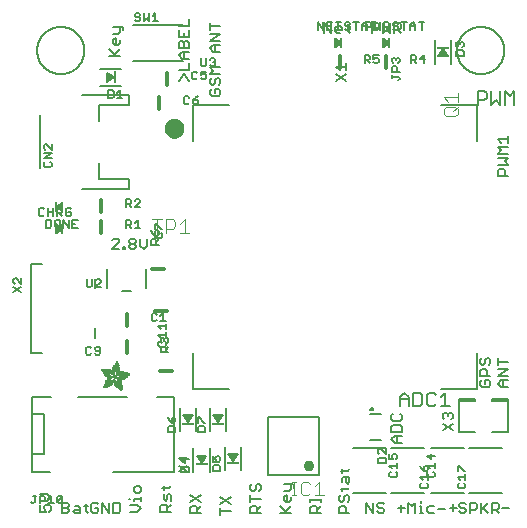
<source format=gbr>
G04 EAGLE Gerber RS-274X export*
G75*
%MOMM*%
%FSLAX34Y34*%
%LPD*%
%INSilkscreen Top*%
%IPPOS*%
%AMOC8*
5,1,8,0,0,1.08239X$1,22.5*%
G01*
%ADD10C,0.127000*%
%ADD11C,0.203200*%
%ADD12C,0.152400*%
%ADD13R,0.190500X0.889000*%
%ADD14C,0.304800*%
%ADD15R,0.200000X1.000000*%
%ADD16R,1.000000X0.200000*%
%ADD17C,0.101600*%
%ADD18C,0.919200*%
%ADD19C,0.177800*%
%ADD20C,0.812800*%
%ADD21R,0.034300X0.003800*%
%ADD22R,0.057200X0.003800*%
%ADD23R,0.076200X0.003800*%
%ADD24R,0.091400X0.003800*%
%ADD25R,0.102900X0.003800*%
%ADD26R,0.114300X0.003900*%
%ADD27R,0.129500X0.003800*%
%ADD28R,0.137200X0.003800*%
%ADD29R,0.144800X0.003800*%
%ADD30R,0.152400X0.003800*%
%ADD31R,0.160000X0.003800*%
%ADD32R,0.171500X0.003800*%
%ADD33R,0.175300X0.003800*%
%ADD34R,0.182900X0.003800*%
%ADD35R,0.190500X0.003800*%
%ADD36R,0.194300X0.003900*%
%ADD37R,0.201900X0.003800*%
%ADD38R,0.209500X0.003800*%
%ADD39R,0.213400X0.003800*%
%ADD40R,0.221000X0.003800*%
%ADD41R,0.224800X0.003800*%
%ADD42R,0.232400X0.003800*%
%ADD43R,0.240000X0.003800*%
%ADD44R,0.243800X0.003800*%
%ADD45R,0.247600X0.003800*%
%ADD46R,0.255300X0.003900*%
%ADD47R,0.259100X0.003800*%
%ADD48R,0.262900X0.003800*%
%ADD49R,0.270500X0.003800*%
%ADD50R,0.274300X0.003800*%
%ADD51R,0.281900X0.003800*%
%ADD52R,0.285700X0.003800*%
%ADD53R,0.289500X0.003800*%
%ADD54R,0.297200X0.003800*%
%ADD55R,0.301000X0.003800*%
%ADD56R,0.304800X0.003900*%
%ADD57R,0.312400X0.003800*%
%ADD58R,0.316200X0.003800*%
%ADD59R,0.320000X0.003800*%
%ADD60R,0.327600X0.003800*%
%ADD61R,0.331500X0.003800*%
%ADD62R,0.339100X0.003800*%
%ADD63R,0.342900X0.003800*%
%ADD64R,0.346700X0.003800*%
%ADD65R,0.354300X0.003800*%
%ADD66R,0.358100X0.003900*%
%ADD67R,0.361900X0.003800*%
%ADD68R,0.369600X0.003800*%
%ADD69R,0.373400X0.003800*%
%ADD70R,0.377200X0.003800*%
%ADD71R,0.384800X0.003800*%
%ADD72R,0.388600X0.003800*%
%ADD73R,0.396200X0.003800*%
%ADD74R,0.400000X0.003800*%
%ADD75R,0.403800X0.003800*%
%ADD76R,0.411500X0.003900*%
%ADD77R,0.415300X0.003800*%
%ADD78R,0.419100X0.003800*%
%ADD79R,0.045700X0.003800*%
%ADD80R,0.426700X0.003800*%
%ADD81R,0.072400X0.003800*%
%ADD82R,0.430500X0.003800*%
%ADD83R,0.095300X0.003800*%
%ADD84R,0.438100X0.003800*%
%ADD85R,0.110500X0.003800*%
%ADD86R,0.441900X0.003800*%
%ADD87R,0.445800X0.003800*%
%ADD88R,0.144700X0.003800*%
%ADD89R,0.453400X0.003800*%
%ADD90R,0.457200X0.003800*%
%ADD91R,0.175300X0.003900*%
%ADD92R,0.461000X0.003900*%
%ADD93R,0.468600X0.003800*%
%ADD94R,0.205800X0.003800*%
%ADD95R,0.472400X0.003800*%
%ADD96R,0.217200X0.003800*%
%ADD97R,0.476200X0.003800*%
%ADD98R,0.483900X0.003800*%
%ADD99R,0.247700X0.003800*%
%ADD100R,0.487700X0.003800*%
%ADD101R,0.495300X0.003800*%
%ADD102R,0.499100X0.003800*%
%ADD103R,0.502900X0.003800*%
%ADD104R,0.510500X0.003800*%
%ADD105R,0.308600X0.003900*%
%ADD106R,0.514300X0.003900*%
%ADD107R,0.323800X0.003800*%
%ADD108R,0.518100X0.003800*%
%ADD109R,0.335300X0.003800*%
%ADD110R,0.525800X0.003800*%
%ADD111R,0.529600X0.003800*%
%ADD112R,0.358100X0.003800*%
%ADD113R,0.533400X0.003800*%
%ADD114R,0.537200X0.003800*%
%ADD115R,0.381000X0.003800*%
%ADD116R,0.544800X0.003800*%
%ADD117R,0.392400X0.003800*%
%ADD118R,0.548600X0.003800*%
%ADD119R,0.552400X0.003800*%
%ADD120R,0.556200X0.003800*%
%ADD121R,0.422900X0.003900*%
%ADD122R,0.560100X0.003900*%
%ADD123R,0.434300X0.003800*%
%ADD124R,0.563900X0.003800*%
%ADD125R,0.567700X0.003800*%
%ADD126R,0.461000X0.003800*%
%ADD127R,0.571500X0.003800*%
%ADD128R,0.575300X0.003800*%
%ADD129R,0.480100X0.003800*%
%ADD130R,0.579100X0.003800*%
%ADD131R,0.491500X0.003800*%
%ADD132R,0.582900X0.003800*%
%ADD133R,0.586700X0.003800*%
%ADD134R,0.510600X0.003800*%
%ADD135R,0.590500X0.003800*%
%ADD136R,0.522000X0.003800*%
%ADD137R,0.594300X0.003800*%
%ADD138R,0.533400X0.003900*%
%ADD139R,0.598200X0.003900*%
%ADD140R,0.541000X0.003800*%
%ADD141R,0.602000X0.003800*%
%ADD142R,0.552500X0.003800*%
%ADD143R,0.605800X0.003800*%
%ADD144R,0.560100X0.003800*%
%ADD145R,0.609600X0.003800*%
%ADD146R,0.613400X0.003800*%
%ADD147R,0.583000X0.003800*%
%ADD148R,0.617200X0.003800*%
%ADD149R,0.594400X0.003800*%
%ADD150R,0.621000X0.003800*%
%ADD151R,0.598200X0.003800*%
%ADD152R,0.624800X0.003800*%
%ADD153R,0.613500X0.003900*%
%ADD154R,0.628600X0.003900*%
%ADD155R,0.632400X0.003800*%
%ADD156R,0.628600X0.003800*%
%ADD157R,0.636300X0.003800*%
%ADD158R,0.640100X0.003800*%
%ADD159R,0.636200X0.003800*%
%ADD160R,0.643900X0.003800*%
%ADD161R,0.647700X0.003800*%
%ADD162R,0.651500X0.003800*%
%ADD163R,0.659100X0.003800*%
%ADD164R,0.659100X0.003900*%
%ADD165R,0.655300X0.003900*%
%ADD166R,0.662900X0.003800*%
%ADD167R,0.655300X0.003800*%
%ADD168R,0.670500X0.003800*%
%ADD169R,0.670600X0.003800*%
%ADD170R,0.674400X0.003800*%
%ADD171R,0.682000X0.003800*%
%ADD172R,0.666700X0.003800*%
%ADD173R,0.685800X0.003800*%
%ADD174R,0.689600X0.003800*%
%ADD175R,0.693400X0.003900*%
%ADD176R,0.674400X0.003900*%
%ADD177R,0.697200X0.003800*%
%ADD178R,0.678200X0.003800*%
%ADD179R,0.697300X0.003800*%
%ADD180R,0.701100X0.003800*%
%ADD181R,0.704900X0.003800*%
%ADD182R,0.708700X0.003800*%
%ADD183R,0.712500X0.003800*%
%ADD184R,0.716300X0.003800*%
%ADD185R,0.720100X0.003900*%
%ADD186R,0.689600X0.003900*%
%ADD187R,0.720000X0.003800*%
%ADD188R,0.693400X0.003800*%
%ADD189R,0.723900X0.003800*%
%ADD190R,0.727700X0.003800*%
%ADD191R,0.731500X0.003800*%
%ADD192R,0.701000X0.003800*%
%ADD193R,0.735300X0.003800*%
%ADD194R,0.731500X0.003900*%
%ADD195R,0.701000X0.003900*%
%ADD196R,0.704800X0.003800*%
%ADD197R,0.739100X0.003800*%
%ADD198R,0.743000X0.003800*%
%ADD199R,0.739200X0.003800*%
%ADD200R,0.743000X0.003900*%
%ADD201R,0.704800X0.003900*%
%ADD202R,0.746800X0.003800*%
%ADD203R,0.746800X0.003900*%
%ADD204R,0.742900X0.003800*%
%ADD205R,0.746700X0.003800*%
%ADD206R,0.746700X0.003900*%
%ADD207R,1.428800X0.003800*%
%ADD208R,1.424900X0.003800*%
%ADD209R,1.421100X0.003900*%
%ADD210R,1.421100X0.003800*%
%ADD211R,1.417300X0.003800*%
%ADD212R,1.413500X0.003800*%
%ADD213R,1.409700X0.003800*%
%ADD214R,1.405900X0.003800*%
%ADD215R,1.402100X0.003800*%
%ADD216R,1.398300X0.003800*%
%ADD217R,0.983000X0.003900*%
%ADD218R,0.384800X0.003900*%
%ADD219R,0.971600X0.003800*%
%ADD220R,0.963900X0.003800*%
%ADD221R,0.956300X0.003800*%
%ADD222R,0.365800X0.003800*%
%ADD223R,0.952500X0.003800*%
%ADD224R,0.941000X0.003800*%
%ADD225R,0.358200X0.003800*%
%ADD226R,0.937200X0.003800*%
%ADD227R,0.933400X0.003800*%
%ADD228R,0.354400X0.003800*%
%ADD229R,0.925800X0.003800*%
%ADD230R,0.350500X0.003800*%
%ADD231R,0.922000X0.003800*%
%ADD232R,0.918200X0.003900*%
%ADD233R,0.346700X0.003900*%
%ADD234R,0.910600X0.003800*%
%ADD235R,0.906800X0.003800*%
%ADD236R,0.903000X0.003800*%
%ADD237R,0.339000X0.003800*%
%ADD238R,0.895300X0.003800*%
%ADD239R,0.335200X0.003800*%
%ADD240R,0.887700X0.003800*%
%ADD241R,0.883900X0.003800*%
%ADD242R,0.331400X0.003800*%
%ADD243R,0.880100X0.003800*%
%ADD244R,0.876300X0.003800*%
%ADD245R,0.468600X0.003900*%
%ADD246R,0.396200X0.003900*%
%ADD247R,0.323800X0.003900*%
%ADD248R,0.449600X0.003800*%
%ADD249R,0.323900X0.003800*%
%ADD250R,0.442000X0.003800*%
%ADD251R,0.434400X0.003800*%
%ADD252R,0.320100X0.003800*%
%ADD253R,0.316300X0.003800*%
%ADD254R,0.426800X0.003800*%
%ADD255R,0.327700X0.003800*%
%ADD256R,0.312500X0.003800*%
%ADD257R,0.422900X0.003800*%
%ADD258R,0.308600X0.003800*%
%ADD259R,0.293400X0.003800*%
%ADD260R,0.304800X0.003800*%
%ADD261R,0.419100X0.003900*%
%ADD262R,0.285700X0.003900*%
%ADD263R,0.301000X0.003900*%
%ADD264R,0.411500X0.003800*%
%ADD265R,0.407700X0.003800*%
%ADD266R,0.289600X0.003800*%
%ADD267R,0.285800X0.003800*%
%ADD268R,0.403900X0.003800*%
%ADD269R,0.228600X0.003800*%
%ADD270R,0.403900X0.003900*%
%ADD271R,0.221000X0.003900*%
%ADD272R,0.278100X0.003900*%
%ADD273R,0.400100X0.003800*%
%ADD274R,0.209600X0.003800*%
%ADD275R,0.266700X0.003800*%
%ADD276R,0.038100X0.003800*%
%ADD277R,0.194300X0.003800*%
%ADD278R,0.148600X0.003800*%
%ADD279R,0.259000X0.003800*%
%ADD280R,0.182800X0.003800*%
%ADD281R,0.186700X0.003800*%
%ADD282R,0.251400X0.003800*%
%ADD283R,0.179100X0.003800*%
%ADD284R,0.236200X0.003800*%
%ADD285R,0.243900X0.003900*%
%ADD286R,0.282000X0.003900*%
%ADD287R,0.167700X0.003800*%
%ADD288R,0.236300X0.003800*%
%ADD289R,0.396300X0.003800*%
%ADD290R,0.163900X0.003800*%
%ADD291R,0.392500X0.003800*%
%ADD292R,0.160100X0.003800*%
%ADD293R,0.586800X0.003800*%
%ADD294R,0.148500X0.003800*%
%ADD295R,0.140900X0.003800*%
%ADD296R,0.392400X0.003900*%
%ADD297R,0.140900X0.003900*%
%ADD298R,0.647700X0.003900*%
%ADD299R,0.133300X0.003800*%
%ADD300R,0.674300X0.003800*%
%ADD301R,0.388700X0.003800*%
%ADD302R,0.125700X0.003800*%
%ADD303R,0.121900X0.003800*%
%ADD304R,0.720100X0.003800*%
%ADD305R,0.118100X0.003800*%
%ADD306R,0.118100X0.003900*%
%ADD307R,0.739100X0.003900*%
%ADD308R,0.114300X0.003800*%
%ADD309R,0.754400X0.003800*%
%ADD310R,0.765800X0.003800*%
%ADD311R,0.773400X0.003800*%
%ADD312R,0.784800X0.003800*%
%ADD313R,0.118200X0.003800*%
%ADD314R,0.792500X0.003800*%
%ADD315R,0.803900X0.003800*%
%ADD316R,0.122000X0.003800*%
%ADD317R,0.815400X0.003800*%
%ADD318R,0.125800X0.003800*%
%ADD319R,0.826800X0.003800*%
%ADD320R,0.369500X0.003900*%
%ADD321R,0.133400X0.003900*%
%ADD322R,0.842000X0.003900*%
%ADD323R,0.365700X0.003800*%
%ADD324R,1.009700X0.003800*%
%ADD325R,1.013500X0.003800*%
%ADD326R,0.362000X0.003800*%
%ADD327R,1.024900X0.003800*%
%ADD328R,1.028700X0.003800*%
%ADD329R,1.036300X0.003800*%
%ADD330R,1.047800X0.003800*%
%ADD331R,1.055400X0.003800*%
%ADD332R,1.070600X0.003800*%
%ADD333R,0.030500X0.003800*%
%ADD334R,1.436400X0.003800*%
%ADD335R,1.562100X0.003900*%
%ADD336R,1.588700X0.003800*%
%ADD337R,1.607800X0.003800*%
%ADD338R,1.626900X0.003800*%
%ADD339R,1.642100X0.003800*%
%ADD340R,1.657400X0.003800*%
%ADD341R,1.676400X0.003800*%
%ADD342R,1.687800X0.003800*%
%ADD343R,1.703000X0.003800*%
%ADD344R,1.714500X0.003800*%
%ADD345R,1.726000X0.003900*%
%ADD346R,1.741200X0.003800*%
%ADD347R,0.914400X0.003800*%
%ADD348R,0.769600X0.003800*%
%ADD349R,0.884000X0.003800*%
%ADD350R,0.712400X0.003800*%
%ADD351R,0.880100X0.003900*%
%ADD352R,0.887800X0.003800*%
%ADD353R,0.891600X0.003800*%
%ADD354R,0.895400X0.003800*%
%ADD355R,0.251500X0.003800*%
%ADD356R,0.579200X0.003900*%
%ADD357R,0.243900X0.003800*%
%ADD358R,0.556300X0.003800*%
%ADD359R,0.255200X0.003800*%
%ADD360R,0.529500X0.003800*%
%ADD361R,0.731600X0.003800*%
%ADD362R,0.525800X0.003900*%
%ADD363R,0.281900X0.003900*%
%ADD364R,0.735400X0.003900*%
%ADD365R,0.300900X0.003800*%
%ADD366R,0.762000X0.003800*%
%ADD367R,0.518200X0.003800*%
%ADD368R,0.350600X0.003800*%
%ADD369R,0.796300X0.003800*%
%ADD370R,0.807800X0.003800*%
%ADD371R,0.506700X0.003800*%
%ADD372R,0.849600X0.003800*%
%ADD373R,0.506700X0.003900*%
%ADD374R,1.371600X0.003900*%
%ADD375R,1.207800X0.003800*%
%ADD376R,0.503000X0.003800*%
%ADD377R,0.141000X0.003800*%
%ADD378R,1.203900X0.003800*%
%ADD379R,1.204000X0.003800*%
%ADD380R,1.200200X0.003800*%
%ADD381R,0.499100X0.003900*%
%ADD382R,0.156200X0.003900*%
%ADD383R,1.196400X0.003900*%
%ADD384R,1.196400X0.003800*%
%ADD385R,0.163800X0.003800*%
%ADD386R,0.167600X0.003800*%
%ADD387R,1.192500X0.003800*%
%ADD388R,0.499200X0.003800*%
%ADD389R,1.188700X0.003800*%
%ADD390R,0.506800X0.003800*%
%ADD391R,1.184900X0.003800*%
%ADD392R,0.510600X0.003900*%
%ADD393R,0.209600X0.003900*%
%ADD394R,1.181100X0.003900*%
%ADD395R,0.514400X0.003800*%
%ADD396R,1.181100X0.003800*%
%ADD397R,1.177300X0.003800*%
%ADD398R,0.240100X0.003800*%
%ADD399R,1.173500X0.003800*%
%ADD400R,1.169700X0.003800*%
%ADD401R,1.165900X0.003800*%
%ADD402R,1.162100X0.003800*%
%ADD403R,0.929700X0.003900*%
%ADD404R,1.162100X0.003900*%
%ADD405R,0.929700X0.003800*%
%ADD406R,1.154500X0.003800*%
%ADD407R,0.933500X0.003800*%
%ADD408R,1.150600X0.003800*%
%ADD409R,0.937300X0.003800*%
%ADD410R,1.146800X0.003800*%
%ADD411R,0.941100X0.003800*%
%ADD412R,1.139200X0.003800*%
%ADD413R,0.944900X0.003800*%
%ADD414R,1.135400X0.003800*%
%ADD415R,0.948700X0.003800*%
%ADD416R,1.127800X0.003800*%
%ADD417R,1.124000X0.003800*%
%ADD418R,1.116400X0.003800*%
%ADD419R,0.956300X0.003900*%
%ADD420R,1.104900X0.003900*%
%ADD421R,0.960100X0.003800*%
%ADD422R,1.093500X0.003800*%
%ADD423R,1.085900X0.003800*%
%ADD424R,0.967800X0.003800*%
%ADD425R,1.074500X0.003800*%
%ADD426R,1.063000X0.003800*%
%ADD427R,0.975400X0.003800*%
%ADD428R,1.036400X0.003800*%
%ADD429R,0.979200X0.003800*%
%ADD430R,1.021000X0.003800*%
%ADD431R,0.983000X0.003800*%
%ADD432R,1.009600X0.003800*%
%ADD433R,0.986800X0.003800*%
%ADD434R,0.998200X0.003800*%
%ADD435R,0.990600X0.003900*%
%ADD436R,0.986700X0.003900*%
%ADD437R,0.994400X0.003800*%
%ADD438R,0.975300X0.003800*%
%ADD439R,0.948600X0.003800*%
%ADD440R,1.002000X0.003800*%
%ADD441R,0.213300X0.003800*%
%ADD442R,0.217100X0.003800*%
%ADD443R,1.017300X0.003800*%
%ADD444R,0.666800X0.003800*%
%ADD445R,0.220900X0.003800*%
%ADD446R,1.028700X0.003900*%
%ADD447R,0.224700X0.003900*%
%ADD448R,1.032500X0.003800*%
%ADD449R,1.040100X0.003800*%
%ADD450R,1.043900X0.003800*%
%ADD451R,0.548700X0.003800*%
%ADD452R,1.051500X0.003800*%
%ADD453R,1.055300X0.003800*%
%ADD454R,1.059100X0.003800*%
%ADD455R,1.062900X0.003800*%
%ADD456R,0.255300X0.003800*%
%ADD457R,1.066800X0.003900*%
%ADD458R,0.259100X0.003900*%
%ADD459R,0.457200X0.003900*%
%ADD460R,0.423000X0.003800*%
%ADD461R,1.082100X0.003800*%
%ADD462R,0.274400X0.003800*%
%ADD463R,0.278200X0.003800*%
%ADD464R,1.101100X0.003800*%
%ADD465R,0.278100X0.003800*%
%ADD466R,0.876300X0.003900*%
%ADD467R,0.236200X0.003900*%
%ADD468R,0.289600X0.003900*%
%ADD469R,0.247700X0.003900*%
%ADD470R,0.049500X0.003800*%
%ADD471R,0.640100X0.003900*%
%ADD472R,0.659200X0.003800*%
%ADD473R,0.663000X0.003800*%
%ADD474R,0.872500X0.003900*%
%ADD475R,0.666800X0.003900*%
%ADD476R,0.872500X0.003800*%
%ADD477R,0.868700X0.003800*%
%ADD478R,0.864900X0.003800*%
%ADD479R,0.861100X0.003800*%
%ADD480R,0.857300X0.003800*%
%ADD481R,0.853400X0.003800*%
%ADD482R,0.845800X0.003800*%
%ADD483R,0.682000X0.003900*%
%ADD484R,0.842000X0.003800*%
%ADD485R,0.834400X0.003800*%
%ADD486R,0.823000X0.003800*%
%ADD487R,0.815300X0.003800*%
%ADD488R,0.811500X0.003800*%
%ADD489R,0.788700X0.003800*%
%ADD490R,0.777300X0.003900*%
%ADD491R,0.750600X0.003800*%
%ADD492R,0.735400X0.003800*%
%ADD493R,0.727800X0.003800*%
%ADD494R,0.628700X0.003800*%
%ADD495R,0.575400X0.003800*%
%ADD496R,0.670600X0.003900*%
%ADD497R,0.655400X0.003800*%
%ADD498R,0.651500X0.003900*%
%ADD499R,0.624800X0.003900*%
%ADD500R,0.594400X0.003900*%
%ADD501R,0.563900X0.003900*%
%ADD502R,0.541100X0.003800*%
%ADD503R,0.537300X0.003800*%
%ADD504R,0.525700X0.003800*%
%ADD505R,0.525700X0.003900*%
%ADD506R,0.514300X0.003800*%
%ADD507R,0.480100X0.003900*%
%ADD508R,0.464800X0.003800*%
%ADD509R,0.442000X0.003900*%
%ADD510R,0.438200X0.003800*%
%ADD511R,0.430600X0.003800*%
%ADD512R,0.407600X0.003800*%
%ADD513R,0.403800X0.003900*%
%ADD514R,0.365700X0.003900*%
%ADD515R,0.327700X0.003900*%
%ADD516R,0.243800X0.003900*%
%ADD517R,0.205800X0.003900*%
%ADD518R,0.198100X0.003800*%
%ADD519R,0.163800X0.003900*%
%ADD520R,0.137100X0.003800*%
%ADD521R,0.091500X0.003900*%
%ADD522R,0.060900X0.003800*%

G36*
X257867Y420884D02*
X257867Y420884D01*
X257885Y420882D01*
X257987Y420910D01*
X258090Y420932D01*
X258105Y420941D01*
X258122Y420946D01*
X258267Y421031D01*
X263347Y424841D01*
X263350Y424844D01*
X263354Y424846D01*
X263435Y424933D01*
X263517Y425018D01*
X263519Y425022D01*
X263522Y425025D01*
X263572Y425134D01*
X263622Y425241D01*
X263622Y425245D01*
X263624Y425249D01*
X263637Y425367D01*
X263650Y425485D01*
X263650Y425489D01*
X263650Y425494D01*
X263624Y425610D01*
X263600Y425726D01*
X263597Y425730D01*
X263596Y425734D01*
X263535Y425836D01*
X263475Y425938D01*
X263471Y425941D01*
X263469Y425944D01*
X263347Y426059D01*
X258267Y429869D01*
X258251Y429877D01*
X258238Y429890D01*
X258223Y429897D01*
X258215Y429903D01*
X258165Y429923D01*
X258142Y429934D01*
X258049Y429983D01*
X258031Y429986D01*
X258015Y429993D01*
X257910Y430005D01*
X257806Y430021D01*
X257788Y430018D01*
X257771Y430020D01*
X257668Y429998D01*
X257563Y429980D01*
X257548Y429972D01*
X257530Y429968D01*
X257440Y429914D01*
X257347Y429864D01*
X257334Y429851D01*
X257319Y429842D01*
X257250Y429762D01*
X257178Y429685D01*
X257171Y429668D01*
X257159Y429655D01*
X257120Y429557D01*
X257076Y429461D01*
X257074Y429443D01*
X257067Y429427D01*
X257049Y429260D01*
X257049Y421640D01*
X257052Y421622D01*
X257050Y421605D01*
X257071Y421501D01*
X257089Y421397D01*
X257097Y421382D01*
X257101Y421364D01*
X257154Y421273D01*
X257204Y421180D01*
X257216Y421168D01*
X257226Y421152D01*
X257305Y421083D01*
X257382Y421011D01*
X257398Y421003D01*
X257412Y420991D01*
X257509Y420951D01*
X257605Y420907D01*
X257623Y420905D01*
X257639Y420898D01*
X257745Y420891D01*
X257849Y420880D01*
X257867Y420884D01*
G37*
G36*
X298507Y420884D02*
X298507Y420884D01*
X298525Y420882D01*
X298627Y420910D01*
X298730Y420932D01*
X298745Y420941D01*
X298762Y420946D01*
X298907Y421031D01*
X303987Y424841D01*
X303990Y424844D01*
X303994Y424846D01*
X304075Y424933D01*
X304157Y425018D01*
X304159Y425022D01*
X304162Y425025D01*
X304212Y425134D01*
X304262Y425241D01*
X304262Y425245D01*
X304264Y425249D01*
X304277Y425367D01*
X304290Y425485D01*
X304290Y425489D01*
X304290Y425494D01*
X304264Y425610D01*
X304240Y425726D01*
X304237Y425730D01*
X304236Y425734D01*
X304175Y425836D01*
X304115Y425938D01*
X304111Y425941D01*
X304109Y425944D01*
X303987Y426059D01*
X298907Y429869D01*
X298891Y429877D01*
X298878Y429890D01*
X298863Y429897D01*
X298855Y429903D01*
X298805Y429923D01*
X298782Y429934D01*
X298689Y429983D01*
X298671Y429986D01*
X298655Y429993D01*
X298550Y430005D01*
X298446Y430021D01*
X298428Y430018D01*
X298411Y430020D01*
X298308Y429998D01*
X298203Y429980D01*
X298188Y429972D01*
X298170Y429968D01*
X298080Y429914D01*
X297987Y429864D01*
X297974Y429851D01*
X297959Y429842D01*
X297890Y429762D01*
X297818Y429685D01*
X297811Y429668D01*
X297799Y429655D01*
X297760Y429557D01*
X297716Y429461D01*
X297714Y429443D01*
X297707Y429427D01*
X297689Y429260D01*
X297689Y421640D01*
X297692Y421622D01*
X297690Y421605D01*
X297711Y421501D01*
X297729Y421397D01*
X297737Y421382D01*
X297741Y421364D01*
X297794Y421273D01*
X297844Y421180D01*
X297856Y421168D01*
X297866Y421152D01*
X297945Y421083D01*
X298022Y421011D01*
X298038Y421003D01*
X298052Y420991D01*
X298149Y420951D01*
X298245Y420907D01*
X298263Y420905D01*
X298279Y420898D01*
X298385Y420891D01*
X298489Y420880D01*
X298507Y420884D01*
G37*
G36*
X21657Y263514D02*
X21657Y263514D01*
X21675Y263512D01*
X21777Y263540D01*
X21880Y263562D01*
X21895Y263571D01*
X21912Y263576D01*
X22057Y263661D01*
X27137Y267471D01*
X27140Y267474D01*
X27144Y267476D01*
X27225Y267563D01*
X27307Y267648D01*
X27309Y267652D01*
X27312Y267655D01*
X27362Y267764D01*
X27412Y267871D01*
X27412Y267875D01*
X27414Y267879D01*
X27427Y267997D01*
X27440Y268115D01*
X27440Y268119D01*
X27440Y268124D01*
X27414Y268240D01*
X27390Y268356D01*
X27387Y268360D01*
X27386Y268364D01*
X27325Y268466D01*
X27265Y268568D01*
X27261Y268571D01*
X27259Y268574D01*
X27137Y268689D01*
X22057Y272499D01*
X22041Y272507D01*
X22028Y272520D01*
X22013Y272527D01*
X22005Y272533D01*
X21955Y272553D01*
X21932Y272564D01*
X21839Y272613D01*
X21821Y272616D01*
X21805Y272623D01*
X21700Y272635D01*
X21596Y272651D01*
X21578Y272648D01*
X21561Y272650D01*
X21458Y272628D01*
X21353Y272610D01*
X21338Y272602D01*
X21320Y272598D01*
X21230Y272544D01*
X21137Y272494D01*
X21124Y272481D01*
X21109Y272472D01*
X21040Y272392D01*
X20968Y272315D01*
X20961Y272298D01*
X20949Y272285D01*
X20910Y272187D01*
X20866Y272091D01*
X20864Y272073D01*
X20857Y272057D01*
X20839Y271890D01*
X20839Y264270D01*
X20842Y264252D01*
X20840Y264235D01*
X20861Y264131D01*
X20879Y264027D01*
X20887Y264012D01*
X20891Y263994D01*
X20944Y263903D01*
X20994Y263810D01*
X21006Y263798D01*
X21016Y263782D01*
X21095Y263713D01*
X21172Y263641D01*
X21188Y263633D01*
X21202Y263621D01*
X21299Y263581D01*
X21395Y263537D01*
X21413Y263535D01*
X21429Y263528D01*
X21535Y263521D01*
X21639Y263510D01*
X21657Y263514D01*
G37*
G36*
X26752Y281992D02*
X26752Y281992D01*
X26769Y281990D01*
X26872Y282012D01*
X26977Y282030D01*
X26992Y282038D01*
X27010Y282042D01*
X27100Y282096D01*
X27194Y282146D01*
X27206Y282159D01*
X27221Y282168D01*
X27290Y282248D01*
X27362Y282325D01*
X27369Y282342D01*
X27381Y282355D01*
X27420Y282453D01*
X27464Y282549D01*
X27466Y282567D01*
X27473Y282583D01*
X27491Y282750D01*
X27491Y290370D01*
X27489Y290387D01*
X27490Y290402D01*
X27490Y290405D01*
X27469Y290509D01*
X27452Y290613D01*
X27443Y290628D01*
X27440Y290646D01*
X27386Y290737D01*
X27336Y290830D01*
X27324Y290842D01*
X27315Y290858D01*
X27235Y290927D01*
X27158Y291000D01*
X27142Y291007D01*
X27128Y291019D01*
X27031Y291059D01*
X26935Y291103D01*
X26917Y291105D01*
X26901Y291112D01*
X26795Y291119D01*
X26691Y291130D01*
X26673Y291126D01*
X26655Y291128D01*
X26553Y291100D01*
X26480Y291084D01*
X26477Y291084D01*
X26450Y291078D01*
X26435Y291069D01*
X26418Y291064D01*
X26273Y290979D01*
X21193Y287169D01*
X21190Y287166D01*
X21187Y287164D01*
X21105Y287077D01*
X21023Y286992D01*
X21021Y286988D01*
X21018Y286985D01*
X20968Y286876D01*
X20918Y286769D01*
X20918Y286765D01*
X20916Y286761D01*
X20903Y286643D01*
X20890Y286525D01*
X20890Y286521D01*
X20890Y286516D01*
X20916Y286400D01*
X20941Y286284D01*
X20943Y286280D01*
X20944Y286276D01*
X21005Y286174D01*
X21066Y286072D01*
X21069Y286069D01*
X21071Y286066D01*
X21193Y285951D01*
X26273Y282141D01*
X26289Y282133D01*
X26302Y282121D01*
X26398Y282076D01*
X26491Y282027D01*
X26509Y282024D01*
X26525Y282017D01*
X26630Y282005D01*
X26734Y281989D01*
X26752Y281992D01*
G37*
G36*
X351321Y414825D02*
X351321Y414825D01*
X351393Y414825D01*
X351461Y414845D01*
X351532Y414855D01*
X351597Y414884D01*
X351666Y414904D01*
X351726Y414942D01*
X351791Y414971D01*
X351846Y415017D01*
X351906Y415055D01*
X351954Y415109D01*
X352008Y415155D01*
X352048Y415214D01*
X352095Y415268D01*
X352126Y415332D01*
X352166Y415391D01*
X352187Y415460D01*
X352218Y415524D01*
X352230Y415594D01*
X352251Y415662D01*
X352253Y415734D01*
X352265Y415805D01*
X352257Y415875D01*
X352259Y415946D01*
X352240Y416016D01*
X352232Y416087D01*
X352207Y416142D01*
X352187Y416221D01*
X352126Y416324D01*
X352095Y416393D01*
X350095Y419393D01*
X350018Y419480D01*
X349945Y419570D01*
X349923Y419585D01*
X349905Y419605D01*
X349808Y419667D01*
X349713Y419734D01*
X349687Y419742D01*
X349665Y419757D01*
X349554Y419789D01*
X349444Y419827D01*
X349417Y419828D01*
X349392Y419835D01*
X349276Y419835D01*
X349160Y419841D01*
X349134Y419835D01*
X349107Y419835D01*
X348996Y419803D01*
X348883Y419777D01*
X348860Y419764D01*
X348834Y419756D01*
X348736Y419694D01*
X348635Y419638D01*
X348619Y419620D01*
X348594Y419605D01*
X348409Y419397D01*
X348405Y419393D01*
X346405Y416393D01*
X346374Y416329D01*
X346335Y416269D01*
X346313Y416201D01*
X346282Y416137D01*
X346270Y416066D01*
X346249Y415998D01*
X346247Y415927D01*
X346235Y415857D01*
X346243Y415785D01*
X346241Y415714D01*
X346259Y415645D01*
X346268Y415574D01*
X346295Y415508D01*
X346313Y415439D01*
X346350Y415378D01*
X346377Y415312D01*
X346422Y415256D01*
X346459Y415194D01*
X346510Y415145D01*
X346555Y415090D01*
X346614Y415049D01*
X346666Y415000D01*
X346729Y414967D01*
X346787Y414926D01*
X346855Y414903D01*
X346919Y414870D01*
X346978Y414860D01*
X347056Y414833D01*
X347175Y414827D01*
X347250Y414815D01*
X351250Y414815D01*
X351321Y414825D01*
G37*
G36*
X65355Y393233D02*
X65355Y393233D01*
X65426Y393231D01*
X65496Y393250D01*
X65567Y393258D01*
X65622Y393283D01*
X65701Y393303D01*
X65804Y393364D01*
X65873Y393395D01*
X68873Y395395D01*
X68960Y395472D01*
X69050Y395545D01*
X69065Y395567D01*
X69085Y395585D01*
X69147Y395682D01*
X69214Y395777D01*
X69222Y395803D01*
X69237Y395825D01*
X69269Y395936D01*
X69307Y396046D01*
X69308Y396073D01*
X69315Y396098D01*
X69315Y396214D01*
X69321Y396330D01*
X69315Y396356D01*
X69315Y396383D01*
X69283Y396494D01*
X69257Y396607D01*
X69244Y396630D01*
X69236Y396656D01*
X69174Y396754D01*
X69118Y396855D01*
X69100Y396871D01*
X69085Y396896D01*
X68877Y397081D01*
X68873Y397085D01*
X65873Y399085D01*
X65809Y399116D01*
X65749Y399156D01*
X65681Y399177D01*
X65617Y399208D01*
X65546Y399220D01*
X65478Y399241D01*
X65407Y399243D01*
X65337Y399255D01*
X65265Y399247D01*
X65194Y399249D01*
X65125Y399231D01*
X65054Y399222D01*
X64988Y399195D01*
X64919Y399177D01*
X64858Y399140D01*
X64792Y399113D01*
X64736Y399068D01*
X64674Y399032D01*
X64625Y398980D01*
X64570Y398935D01*
X64529Y398877D01*
X64480Y398824D01*
X64447Y398761D01*
X64406Y398703D01*
X64383Y398635D01*
X64350Y398571D01*
X64340Y398512D01*
X64313Y398434D01*
X64307Y398315D01*
X64295Y398240D01*
X64295Y394240D01*
X64305Y394169D01*
X64305Y394097D01*
X64325Y394029D01*
X64335Y393959D01*
X64364Y393893D01*
X64384Y393824D01*
X64422Y393764D01*
X64451Y393699D01*
X64497Y393644D01*
X64535Y393584D01*
X64589Y393536D01*
X64635Y393482D01*
X64694Y393442D01*
X64748Y393395D01*
X64812Y393364D01*
X64871Y393325D01*
X64940Y393303D01*
X65004Y393272D01*
X65074Y393260D01*
X65142Y393239D01*
X65214Y393237D01*
X65285Y393225D01*
X65355Y393233D01*
G37*
G36*
X158866Y104675D02*
X158866Y104675D01*
X158893Y104675D01*
X159004Y104707D01*
X159117Y104733D01*
X159140Y104746D01*
X159166Y104754D01*
X159264Y104816D01*
X159365Y104872D01*
X159381Y104890D01*
X159406Y104905D01*
X159591Y105113D01*
X159595Y105117D01*
X161595Y108117D01*
X161626Y108181D01*
X161666Y108241D01*
X161687Y108309D01*
X161718Y108373D01*
X161730Y108444D01*
X161751Y108512D01*
X161753Y108583D01*
X161765Y108654D01*
X161757Y108725D01*
X161759Y108796D01*
X161741Y108865D01*
X161732Y108936D01*
X161705Y109002D01*
X161687Y109071D01*
X161650Y109132D01*
X161623Y109198D01*
X161578Y109254D01*
X161542Y109316D01*
X161490Y109365D01*
X161445Y109420D01*
X161387Y109461D01*
X161334Y109510D01*
X161271Y109543D01*
X161213Y109584D01*
X161145Y109607D01*
X161081Y109640D01*
X161022Y109650D01*
X160944Y109677D01*
X160825Y109683D01*
X160750Y109695D01*
X156750Y109695D01*
X156679Y109685D01*
X156607Y109685D01*
X156539Y109665D01*
X156469Y109655D01*
X156403Y109626D01*
X156334Y109606D01*
X156274Y109568D01*
X156209Y109539D01*
X156154Y109493D01*
X156094Y109455D01*
X156046Y109402D01*
X155992Y109356D01*
X155952Y109296D01*
X155905Y109242D01*
X155874Y109178D01*
X155835Y109119D01*
X155813Y109051D01*
X155782Y108986D01*
X155770Y108916D01*
X155749Y108848D01*
X155747Y108776D01*
X155735Y108706D01*
X155743Y108635D01*
X155741Y108564D01*
X155760Y108494D01*
X155768Y108423D01*
X155793Y108368D01*
X155813Y108289D01*
X155874Y108186D01*
X155905Y108117D01*
X157905Y105117D01*
X157982Y105030D01*
X158055Y104940D01*
X158077Y104925D01*
X158095Y104905D01*
X158192Y104843D01*
X158287Y104776D01*
X158313Y104768D01*
X158335Y104753D01*
X158446Y104721D01*
X158556Y104683D01*
X158583Y104682D01*
X158608Y104675D01*
X158724Y104675D01*
X158840Y104669D01*
X158866Y104675D01*
G37*
G36*
X133466Y104675D02*
X133466Y104675D01*
X133493Y104675D01*
X133604Y104707D01*
X133717Y104733D01*
X133740Y104746D01*
X133766Y104754D01*
X133864Y104816D01*
X133965Y104872D01*
X133981Y104890D01*
X134006Y104905D01*
X134191Y105113D01*
X134195Y105117D01*
X136195Y108117D01*
X136226Y108181D01*
X136266Y108241D01*
X136287Y108309D01*
X136318Y108373D01*
X136330Y108444D01*
X136351Y108512D01*
X136353Y108583D01*
X136365Y108654D01*
X136357Y108725D01*
X136359Y108796D01*
X136341Y108865D01*
X136332Y108936D01*
X136305Y109002D01*
X136287Y109071D01*
X136250Y109132D01*
X136223Y109198D01*
X136178Y109254D01*
X136142Y109316D01*
X136090Y109365D01*
X136045Y109420D01*
X135987Y109461D01*
X135934Y109510D01*
X135871Y109543D01*
X135813Y109584D01*
X135745Y109607D01*
X135681Y109640D01*
X135622Y109650D01*
X135544Y109677D01*
X135425Y109683D01*
X135350Y109695D01*
X131350Y109695D01*
X131279Y109685D01*
X131207Y109685D01*
X131139Y109665D01*
X131069Y109655D01*
X131003Y109626D01*
X130934Y109606D01*
X130874Y109568D01*
X130809Y109539D01*
X130754Y109493D01*
X130694Y109455D01*
X130646Y109402D01*
X130592Y109356D01*
X130552Y109296D01*
X130505Y109242D01*
X130474Y109178D01*
X130435Y109119D01*
X130413Y109051D01*
X130382Y108986D01*
X130370Y108916D01*
X130349Y108848D01*
X130347Y108776D01*
X130335Y108706D01*
X130343Y108635D01*
X130341Y108564D01*
X130360Y108494D01*
X130368Y108423D01*
X130393Y108368D01*
X130413Y108289D01*
X130474Y108186D01*
X130505Y108117D01*
X132505Y105117D01*
X132582Y105030D01*
X132655Y104940D01*
X132677Y104925D01*
X132695Y104905D01*
X132792Y104843D01*
X132887Y104776D01*
X132913Y104768D01*
X132935Y104753D01*
X133046Y104721D01*
X133156Y104683D01*
X133183Y104682D01*
X133208Y104675D01*
X133324Y104675D01*
X133440Y104669D01*
X133466Y104675D01*
G37*
G36*
X171566Y71655D02*
X171566Y71655D01*
X171593Y71655D01*
X171704Y71687D01*
X171817Y71713D01*
X171840Y71726D01*
X171866Y71734D01*
X171964Y71796D01*
X172065Y71852D01*
X172081Y71870D01*
X172106Y71885D01*
X172291Y72093D01*
X172295Y72097D01*
X174295Y75097D01*
X174326Y75161D01*
X174366Y75221D01*
X174387Y75289D01*
X174418Y75353D01*
X174430Y75424D01*
X174451Y75492D01*
X174453Y75563D01*
X174465Y75634D01*
X174457Y75705D01*
X174459Y75776D01*
X174441Y75845D01*
X174432Y75916D01*
X174405Y75982D01*
X174387Y76051D01*
X174350Y76112D01*
X174323Y76178D01*
X174278Y76234D01*
X174242Y76296D01*
X174190Y76345D01*
X174145Y76400D01*
X174087Y76441D01*
X174034Y76490D01*
X173971Y76523D01*
X173913Y76564D01*
X173845Y76587D01*
X173781Y76620D01*
X173722Y76630D01*
X173644Y76657D01*
X173525Y76663D01*
X173450Y76675D01*
X169450Y76675D01*
X169379Y76665D01*
X169307Y76665D01*
X169239Y76645D01*
X169169Y76635D01*
X169103Y76606D01*
X169034Y76586D01*
X168974Y76548D01*
X168909Y76519D01*
X168854Y76473D01*
X168794Y76435D01*
X168746Y76382D01*
X168692Y76336D01*
X168652Y76276D01*
X168605Y76222D01*
X168574Y76158D01*
X168535Y76099D01*
X168513Y76031D01*
X168482Y75966D01*
X168470Y75896D01*
X168449Y75828D01*
X168447Y75756D01*
X168435Y75686D01*
X168443Y75615D01*
X168441Y75544D01*
X168460Y75474D01*
X168468Y75403D01*
X168493Y75348D01*
X168513Y75269D01*
X168574Y75166D01*
X168605Y75097D01*
X170605Y72097D01*
X170682Y72010D01*
X170755Y71920D01*
X170777Y71905D01*
X170795Y71885D01*
X170892Y71823D01*
X170987Y71756D01*
X171013Y71748D01*
X171035Y71733D01*
X171146Y71701D01*
X171256Y71663D01*
X171283Y71662D01*
X171308Y71655D01*
X171424Y71655D01*
X171540Y71649D01*
X171566Y71655D01*
G37*
G36*
X144896Y70385D02*
X144896Y70385D01*
X144923Y70385D01*
X145034Y70417D01*
X145147Y70443D01*
X145170Y70456D01*
X145196Y70464D01*
X145294Y70526D01*
X145395Y70582D01*
X145411Y70600D01*
X145436Y70615D01*
X145621Y70823D01*
X145625Y70827D01*
X147625Y73827D01*
X147656Y73891D01*
X147696Y73951D01*
X147717Y74019D01*
X147748Y74083D01*
X147760Y74154D01*
X147781Y74222D01*
X147783Y74293D01*
X147795Y74364D01*
X147787Y74435D01*
X147789Y74506D01*
X147771Y74575D01*
X147762Y74646D01*
X147735Y74712D01*
X147717Y74781D01*
X147680Y74842D01*
X147653Y74908D01*
X147608Y74964D01*
X147572Y75026D01*
X147520Y75075D01*
X147475Y75130D01*
X147417Y75171D01*
X147364Y75220D01*
X147301Y75253D01*
X147243Y75294D01*
X147175Y75317D01*
X147111Y75350D01*
X147052Y75360D01*
X146974Y75387D01*
X146855Y75393D01*
X146780Y75405D01*
X142780Y75405D01*
X142709Y75395D01*
X142637Y75395D01*
X142569Y75375D01*
X142499Y75365D01*
X142433Y75336D01*
X142364Y75316D01*
X142304Y75278D01*
X142239Y75249D01*
X142184Y75203D01*
X142124Y75165D01*
X142076Y75112D01*
X142022Y75066D01*
X141982Y75006D01*
X141935Y74952D01*
X141904Y74888D01*
X141865Y74829D01*
X141843Y74761D01*
X141812Y74696D01*
X141800Y74626D01*
X141779Y74558D01*
X141777Y74486D01*
X141765Y74416D01*
X141773Y74345D01*
X141771Y74274D01*
X141790Y74204D01*
X141798Y74133D01*
X141823Y74078D01*
X141843Y73999D01*
X141904Y73896D01*
X141935Y73827D01*
X143935Y70827D01*
X144012Y70740D01*
X144085Y70650D01*
X144107Y70635D01*
X144125Y70615D01*
X144222Y70553D01*
X144317Y70486D01*
X144343Y70478D01*
X144365Y70463D01*
X144476Y70431D01*
X144586Y70393D01*
X144613Y70392D01*
X144638Y70385D01*
X144754Y70385D01*
X144870Y70379D01*
X144896Y70385D01*
G37*
D10*
X26488Y27305D02*
X26488Y36203D01*
X30937Y36203D01*
X32420Y34720D01*
X32420Y33237D01*
X30937Y31754D01*
X32420Y30271D01*
X32420Y28788D01*
X30937Y27305D01*
X26488Y27305D01*
X26488Y31754D02*
X30937Y31754D01*
X37326Y33237D02*
X40292Y33237D01*
X41775Y31754D01*
X41775Y27305D01*
X37326Y27305D01*
X35843Y28788D01*
X37326Y30271D01*
X41775Y30271D01*
X46681Y28788D02*
X46681Y34720D01*
X46681Y28788D02*
X48164Y27305D01*
X48164Y33237D02*
X45198Y33237D01*
X55758Y36203D02*
X57241Y34720D01*
X55758Y36203D02*
X52792Y36203D01*
X51309Y34720D01*
X51309Y28788D01*
X52792Y27305D01*
X55758Y27305D01*
X57241Y28788D01*
X57241Y31754D01*
X54275Y31754D01*
X60665Y27305D02*
X60665Y36203D01*
X66596Y27305D01*
X66596Y36203D01*
X70020Y36203D02*
X70020Y27305D01*
X74469Y27305D01*
X75952Y28788D01*
X75952Y34720D01*
X74469Y36203D01*
X70020Y36203D01*
X367034Y36203D02*
X368517Y34720D01*
X367034Y36203D02*
X364068Y36203D01*
X362585Y34720D01*
X362585Y33237D01*
X364068Y31754D01*
X367034Y31754D01*
X368517Y30271D01*
X368517Y28788D01*
X367034Y27305D01*
X364068Y27305D01*
X362585Y28788D01*
X371940Y27305D02*
X371940Y36203D01*
X376389Y36203D01*
X377872Y34720D01*
X377872Y31754D01*
X376389Y30271D01*
X371940Y30271D01*
X381295Y27305D02*
X381295Y36203D01*
X381295Y30271D02*
X387227Y36203D01*
X382778Y31754D02*
X387227Y27305D01*
X390651Y27305D02*
X390651Y36203D01*
X395099Y36203D01*
X396582Y34720D01*
X396582Y31754D01*
X395099Y30271D01*
X390651Y30271D01*
X393616Y30271D02*
X396582Y27305D01*
X313686Y28575D02*
X313686Y34507D01*
X310720Y31541D02*
X316652Y31541D01*
X90379Y28575D02*
X84447Y28575D01*
X90379Y28575D02*
X93345Y31541D01*
X90379Y34507D01*
X84447Y34507D01*
X87413Y37930D02*
X87413Y39413D01*
X93345Y39413D01*
X93345Y37930D02*
X93345Y40896D01*
X84447Y39413D02*
X82964Y39413D01*
X93345Y45650D02*
X93345Y48616D01*
X91862Y50099D01*
X88896Y50099D01*
X87413Y48616D01*
X87413Y45650D01*
X88896Y44167D01*
X91862Y44167D01*
X93345Y45650D01*
X284185Y36203D02*
X284185Y27305D01*
X290116Y27305D02*
X284185Y36203D01*
X290116Y36203D02*
X290116Y27305D01*
X297989Y36203D02*
X299472Y34720D01*
X297989Y36203D02*
X295023Y36203D01*
X293540Y34720D01*
X293540Y33237D01*
X295023Y31754D01*
X297989Y31754D01*
X299472Y30271D01*
X299472Y28788D01*
X297989Y27305D01*
X295023Y27305D01*
X293540Y28788D01*
X118745Y28575D02*
X109847Y28575D01*
X109847Y33024D01*
X111330Y34507D01*
X114296Y34507D01*
X115779Y33024D01*
X115779Y28575D01*
X115779Y31541D02*
X118745Y34507D01*
X118745Y37930D02*
X118745Y42379D01*
X117262Y43862D01*
X115779Y42379D01*
X115779Y39413D01*
X114296Y37930D01*
X112813Y39413D01*
X112813Y43862D01*
X111330Y48768D02*
X117262Y48768D01*
X118745Y50251D01*
X112813Y50251D02*
X112813Y47285D01*
X260977Y27305D02*
X269875Y27305D01*
X260977Y27305D02*
X260977Y31754D01*
X262460Y33237D01*
X265426Y33237D01*
X266909Y31754D01*
X266909Y27305D01*
X260977Y41109D02*
X262460Y42592D01*
X260977Y41109D02*
X260977Y38143D01*
X262460Y36660D01*
X263943Y36660D01*
X265426Y38143D01*
X265426Y41109D01*
X266909Y42592D01*
X268392Y42592D01*
X269875Y41109D01*
X269875Y38143D01*
X268392Y36660D01*
X268392Y47498D02*
X262460Y47498D01*
X268392Y47498D02*
X269875Y48981D01*
X263943Y48981D02*
X263943Y46015D01*
X263943Y53735D02*
X263943Y56701D01*
X265426Y58184D01*
X269875Y58184D01*
X269875Y53735D01*
X268392Y52252D01*
X266909Y53735D01*
X266909Y58184D01*
X268392Y63090D02*
X262460Y63090D01*
X268392Y63090D02*
X269875Y64573D01*
X263943Y64573D02*
X263943Y61607D01*
X220345Y27305D02*
X211447Y27305D01*
X217379Y27305D02*
X211447Y33237D01*
X215896Y28788D02*
X220345Y33237D01*
X220345Y38143D02*
X220345Y41109D01*
X220345Y38143D02*
X218862Y36660D01*
X215896Y36660D01*
X214413Y38143D01*
X214413Y41109D01*
X215896Y42592D01*
X217379Y42592D01*
X217379Y36660D01*
X218862Y46015D02*
X214413Y46015D01*
X218862Y46015D02*
X220345Y47498D01*
X220345Y51947D01*
X221828Y51947D02*
X214413Y51947D01*
X221828Y51947D02*
X223311Y50464D01*
X223311Y48981D01*
X236847Y27305D02*
X245745Y27305D01*
X236847Y27305D02*
X236847Y31754D01*
X238330Y33237D01*
X241296Y33237D01*
X242779Y31754D01*
X242779Y27305D01*
X242779Y30271D02*
X245745Y33237D01*
X245745Y36660D02*
X245745Y39626D01*
X245745Y38143D02*
X236847Y38143D01*
X236847Y36660D02*
X236847Y39626D01*
X169545Y29001D02*
X160647Y29001D01*
X160647Y26035D02*
X160647Y31967D01*
X160647Y35390D02*
X169545Y41322D01*
X169545Y35390D02*
X160647Y41322D01*
X144145Y27305D02*
X135247Y27305D01*
X135247Y31754D01*
X136730Y33237D01*
X139696Y33237D01*
X141179Y31754D01*
X141179Y27305D01*
X141179Y30271D02*
X144145Y33237D01*
X144145Y42592D02*
X135247Y36660D01*
X135247Y42592D02*
X144145Y36660D01*
X319858Y36203D02*
X319858Y27305D01*
X322824Y33237D02*
X319858Y36203D01*
X322824Y33237D02*
X325790Y36203D01*
X325790Y27305D01*
X329213Y33237D02*
X330696Y33237D01*
X330696Y27305D01*
X329213Y27305D02*
X332179Y27305D01*
X330696Y36203D02*
X330696Y37686D01*
X336933Y33237D02*
X341382Y33237D01*
X336933Y33237D02*
X335450Y31754D01*
X335450Y28788D01*
X336933Y27305D01*
X341382Y27305D01*
X75565Y414529D02*
X66667Y414529D01*
X72599Y414529D02*
X66667Y420461D01*
X71116Y416012D02*
X75565Y420461D01*
X75565Y425368D02*
X75565Y428333D01*
X75565Y425368D02*
X74082Y423885D01*
X71116Y423885D01*
X69633Y425368D01*
X69633Y428333D01*
X71116Y429816D01*
X72599Y429816D01*
X72599Y423885D01*
X74082Y433240D02*
X69633Y433240D01*
X74082Y433240D02*
X75565Y434723D01*
X75565Y439172D01*
X77048Y439172D02*
X69633Y439172D01*
X77048Y439172D02*
X78531Y437689D01*
X78531Y436206D01*
X248285Y433705D02*
X248285Y442603D01*
X254217Y433705D01*
X254217Y442603D01*
X259123Y433705D02*
X262089Y433705D01*
X259123Y433705D02*
X257640Y435188D01*
X257640Y438154D01*
X259123Y439637D01*
X262089Y439637D01*
X263572Y438154D01*
X263572Y436671D01*
X257640Y436671D01*
X268478Y435188D02*
X268478Y441120D01*
X268478Y435188D02*
X269961Y433705D01*
X269961Y439637D02*
X266995Y439637D01*
X288925Y442603D02*
X288925Y433705D01*
X288925Y442603D02*
X293374Y442603D01*
X294857Y441120D01*
X294857Y438154D01*
X293374Y436671D01*
X288925Y436671D01*
X298280Y433705D02*
X298280Y442603D01*
X301246Y436671D02*
X298280Y433705D01*
X301246Y436671D02*
X304212Y433705D01*
X304212Y442603D01*
X307635Y442603D02*
X307635Y433705D01*
X307635Y442603D02*
X312084Y442603D01*
X313567Y441120D01*
X313567Y438154D01*
X312084Y436671D01*
X307635Y436671D01*
X310601Y436671D02*
X313567Y433705D01*
X395597Y313055D02*
X404495Y313055D01*
X395597Y313055D02*
X395597Y317504D01*
X397080Y318987D01*
X400046Y318987D01*
X401529Y317504D01*
X401529Y313055D01*
X404495Y322410D02*
X395597Y322410D01*
X401529Y325376D02*
X404495Y322410D01*
X401529Y325376D02*
X404495Y328342D01*
X395597Y328342D01*
X395597Y331765D02*
X404495Y331765D01*
X398563Y334731D02*
X395597Y331765D01*
X398563Y334731D02*
X395597Y337697D01*
X404495Y337697D01*
X398563Y341121D02*
X395597Y344086D01*
X404495Y344086D01*
X404495Y341121D02*
X404495Y347052D01*
X75147Y250825D02*
X69215Y250825D01*
X75147Y256757D01*
X75147Y258240D01*
X73664Y259723D01*
X70698Y259723D01*
X69215Y258240D01*
X78570Y252308D02*
X78570Y250825D01*
X78570Y252308D02*
X80053Y252308D01*
X80053Y250825D01*
X78570Y250825D01*
X83248Y258240D02*
X84731Y259723D01*
X87697Y259723D01*
X89180Y258240D01*
X89180Y256757D01*
X87697Y255274D01*
X89180Y253791D01*
X89180Y252308D01*
X87697Y250825D01*
X84731Y250825D01*
X83248Y252308D01*
X83248Y253791D01*
X84731Y255274D01*
X83248Y256757D01*
X83248Y258240D01*
X84731Y255274D02*
X87697Y255274D01*
X92603Y253791D02*
X92603Y259723D01*
X92603Y253791D02*
X95569Y250825D01*
X98535Y253791D01*
X98535Y259723D01*
X354965Y31754D02*
X360897Y31754D01*
X357931Y34720D02*
X357931Y28788D01*
X350737Y30484D02*
X344805Y30484D01*
X399415Y31754D02*
X405347Y31754D01*
X8247Y34507D02*
X8247Y28575D01*
X12696Y28575D01*
X11213Y31541D01*
X11213Y33024D01*
X12696Y34507D01*
X15662Y34507D01*
X17145Y33024D01*
X17145Y30058D01*
X15662Y28575D01*
X14179Y37930D02*
X8247Y37930D01*
X14179Y37930D02*
X17145Y40896D01*
X14179Y43862D01*
X8247Y43862D01*
X186047Y27305D02*
X194945Y27305D01*
X186047Y27305D02*
X186047Y31754D01*
X187530Y33237D01*
X190496Y33237D01*
X191979Y31754D01*
X191979Y27305D01*
X191979Y30271D02*
X194945Y33237D01*
X194945Y39626D02*
X186047Y39626D01*
X186047Y36660D02*
X186047Y42592D01*
X186047Y50464D02*
X187530Y51947D01*
X186047Y50464D02*
X186047Y47498D01*
X187530Y46015D01*
X189013Y46015D01*
X190496Y47498D01*
X190496Y50464D01*
X191979Y51947D01*
X193462Y51947D01*
X194945Y50464D01*
X194945Y47498D01*
X193462Y46015D01*
X380357Y138434D02*
X381840Y139917D01*
X380357Y138434D02*
X380357Y135468D01*
X381840Y133985D01*
X387772Y133985D01*
X389255Y135468D01*
X389255Y138434D01*
X387772Y139917D01*
X384806Y139917D01*
X384806Y136951D01*
X389255Y143340D02*
X380357Y143340D01*
X380357Y147789D01*
X381840Y149272D01*
X384806Y149272D01*
X386289Y147789D01*
X386289Y143340D01*
X380357Y157144D02*
X381840Y158627D01*
X380357Y157144D02*
X380357Y154178D01*
X381840Y152695D01*
X383323Y152695D01*
X384806Y154178D01*
X384806Y157144D01*
X386289Y158627D01*
X387772Y158627D01*
X389255Y157144D01*
X389255Y154178D01*
X387772Y152695D01*
X398563Y133985D02*
X404495Y133985D01*
X398563Y133985D02*
X395597Y136951D01*
X398563Y139917D01*
X404495Y139917D01*
X400046Y139917D02*
X400046Y133985D01*
X404495Y143340D02*
X395597Y143340D01*
X404495Y149272D01*
X395597Y149272D01*
X395597Y155661D02*
X404495Y155661D01*
X395597Y152695D02*
X395597Y158627D01*
X153240Y386297D02*
X151757Y384814D01*
X151757Y381848D01*
X153240Y380365D01*
X159172Y380365D01*
X160655Y381848D01*
X160655Y384814D01*
X159172Y386297D01*
X156206Y386297D01*
X156206Y383331D01*
X151757Y394169D02*
X153240Y395652D01*
X151757Y394169D02*
X151757Y391203D01*
X153240Y389720D01*
X154723Y389720D01*
X156206Y391203D01*
X156206Y394169D01*
X157689Y395652D01*
X159172Y395652D01*
X160655Y394169D01*
X160655Y391203D01*
X159172Y389720D01*
X160655Y399075D02*
X151757Y399075D01*
X154723Y402041D01*
X151757Y405007D01*
X160655Y405007D01*
X160655Y417786D02*
X154723Y417786D01*
X151757Y420752D01*
X154723Y423717D01*
X160655Y423717D01*
X156206Y423717D02*
X156206Y417786D01*
X160655Y427141D02*
X151757Y427141D01*
X160655Y433073D01*
X151757Y433073D01*
X151757Y439462D02*
X160655Y439462D01*
X151757Y436496D02*
X151757Y442428D01*
X308393Y86869D02*
X314325Y86869D01*
X308393Y86869D02*
X305427Y89835D01*
X308393Y92801D01*
X314325Y92801D01*
X309876Y92801D02*
X309876Y86869D01*
X305427Y96225D02*
X314325Y96225D01*
X314325Y100673D01*
X312842Y102156D01*
X306910Y102156D01*
X305427Y100673D01*
X305427Y96225D01*
X305427Y110029D02*
X306910Y111512D01*
X305427Y110029D02*
X305427Y107063D01*
X306910Y105580D01*
X312842Y105580D01*
X314325Y107063D01*
X314325Y110029D01*
X312842Y111512D01*
D11*
X97780Y218060D02*
X97780Y234060D01*
X64780Y234060D02*
X64780Y218060D01*
X77280Y215560D02*
X85280Y215560D01*
D12*
X47294Y219796D02*
X47294Y225304D01*
X47294Y219796D02*
X48395Y218694D01*
X50599Y218694D01*
X51700Y219796D01*
X51700Y225304D01*
X54778Y218694D02*
X59184Y218694D01*
X54778Y218694D02*
X59184Y223100D01*
X59184Y224202D01*
X58083Y225304D01*
X55879Y225304D01*
X54778Y224202D01*
D13*
X26498Y268080D03*
D12*
X11528Y284510D02*
X10427Y285612D01*
X8224Y285612D01*
X7122Y284510D01*
X7122Y280104D01*
X8224Y279002D01*
X10427Y279002D01*
X11528Y280104D01*
X14606Y279002D02*
X14606Y285612D01*
X14606Y282307D02*
X19013Y282307D01*
X19013Y285612D02*
X19013Y279002D01*
X22090Y279002D02*
X22090Y285612D01*
X25395Y285612D01*
X26497Y284510D01*
X26497Y282307D01*
X25395Y281205D01*
X22090Y281205D01*
X24294Y281205D02*
X26497Y279002D01*
X32879Y285612D02*
X33981Y284510D01*
X32879Y285612D02*
X30676Y285612D01*
X29574Y284510D01*
X29574Y280104D01*
X30676Y279002D01*
X32879Y279002D01*
X33981Y280104D01*
X33981Y282307D01*
X31778Y282307D01*
D13*
X21833Y286560D03*
D12*
X12795Y275644D02*
X12795Y269034D01*
X16100Y269034D01*
X17202Y270136D01*
X17202Y274542D01*
X16100Y275644D01*
X12795Y275644D01*
X21381Y275644D02*
X23584Y275644D01*
X21381Y275644D02*
X20280Y274542D01*
X20280Y270136D01*
X21381Y269034D01*
X23584Y269034D01*
X24686Y270136D01*
X24686Y274542D01*
X23584Y275644D01*
X27764Y275644D02*
X27764Y269034D01*
X32170Y269034D02*
X27764Y275644D01*
X32170Y275644D02*
X32170Y269034D01*
X35248Y275644D02*
X39654Y275644D01*
X35248Y275644D02*
X35248Y269034D01*
X39654Y269034D01*
X37451Y272339D02*
X35248Y272339D01*
D14*
X59690Y274320D02*
X59690Y264160D01*
D12*
X80772Y268732D02*
X80772Y275342D01*
X84077Y275342D01*
X85178Y274240D01*
X85178Y272037D01*
X84077Y270935D01*
X80772Y270935D01*
X82975Y270935D02*
X85178Y268732D01*
X88256Y273138D02*
X90459Y275342D01*
X90459Y268732D01*
X88256Y268732D02*
X92663Y268732D01*
D14*
X59850Y281940D02*
X59850Y292100D01*
D12*
X80932Y293122D02*
X80932Y286512D01*
X80932Y293122D02*
X84237Y293122D01*
X85338Y292020D01*
X85338Y289817D01*
X84237Y288715D01*
X80932Y288715D01*
X83135Y288715D02*
X85338Y286512D01*
X88416Y286512D02*
X92823Y286512D01*
X92823Y290918D02*
X88416Y286512D01*
X92823Y290918D02*
X92823Y292020D01*
X91721Y293122D01*
X89518Y293122D01*
X88416Y292020D01*
D11*
X8100Y319130D02*
X8100Y364130D01*
X43100Y381630D02*
X83100Y381630D01*
X83100Y373130D01*
X58100Y373130D01*
X58100Y359130D01*
X58100Y324130D02*
X58100Y310130D01*
X83100Y310130D01*
X83100Y301630D01*
X43100Y301630D01*
D12*
X12145Y324573D02*
X11043Y323472D01*
X11043Y321269D01*
X12145Y320167D01*
X16551Y320167D01*
X17653Y321269D01*
X17653Y323472D01*
X16551Y324573D01*
X17653Y327651D02*
X11043Y327651D01*
X17653Y332058D01*
X11043Y332058D01*
X17653Y335135D02*
X17653Y339542D01*
X13247Y339542D02*
X17653Y335135D01*
X13247Y339542D02*
X12145Y339542D01*
X11043Y338440D01*
X11043Y336237D01*
X12145Y335135D01*
D14*
X81280Y195580D02*
X81280Y185420D01*
D12*
X105667Y196602D02*
X106768Y195500D01*
X105667Y196602D02*
X103464Y196602D01*
X102362Y195500D01*
X102362Y191094D01*
X103464Y189992D01*
X105667Y189992D01*
X106768Y191094D01*
X109846Y194398D02*
X112049Y196602D01*
X112049Y189992D01*
X109846Y189992D02*
X114253Y189992D01*
D14*
X115570Y198120D02*
X105410Y198120D01*
D12*
X109976Y163594D02*
X116586Y163594D01*
X109976Y163594D02*
X109976Y166899D01*
X111078Y168000D01*
X113281Y168000D01*
X114383Y166899D01*
X114383Y163594D01*
X114383Y165797D02*
X116586Y168000D01*
X111078Y171078D02*
X109976Y172179D01*
X109976Y174383D01*
X111078Y175484D01*
X112180Y175484D01*
X113281Y174383D01*
X113281Y173281D01*
X113281Y174383D02*
X114383Y175484D01*
X115484Y175484D01*
X116586Y174383D01*
X116586Y172179D01*
X115484Y171078D01*
D10*
X54180Y217660D02*
X54180Y225660D01*
X54180Y183660D02*
X54180Y175660D01*
X9180Y238660D02*
X180Y238660D01*
X180Y162660D01*
X9180Y162660D01*
D12*
X-14584Y214234D02*
X-7974Y218640D01*
X-7974Y214234D02*
X-14584Y218640D01*
X-7974Y221718D02*
X-7974Y226124D01*
X-7974Y221718D02*
X-12380Y226124D01*
X-13482Y226124D01*
X-14584Y225023D01*
X-14584Y222819D01*
X-13482Y221718D01*
D11*
X86950Y440704D02*
X128950Y440704D01*
X128950Y410196D02*
X86950Y410196D01*
D12*
X92798Y449500D02*
X91697Y450602D01*
X89494Y450602D01*
X88392Y449500D01*
X88392Y448398D01*
X89494Y447297D01*
X91697Y447297D01*
X92798Y446195D01*
X92798Y445094D01*
X91697Y443992D01*
X89494Y443992D01*
X88392Y445094D01*
X95876Y443992D02*
X95876Y450602D01*
X98079Y446195D02*
X95876Y443992D01*
X98079Y446195D02*
X100283Y443992D01*
X100283Y450602D01*
X103360Y448398D02*
X105564Y450602D01*
X105564Y443992D01*
X107767Y443992D02*
X103360Y443992D01*
D11*
X76040Y389240D02*
X58580Y389240D01*
X58580Y403240D02*
X76040Y403240D01*
X70310Y396240D02*
X64310Y392240D01*
X64310Y400240D01*
X70310Y396240D01*
D15*
X71310Y396240D03*
D12*
X65804Y385324D02*
X65804Y378714D01*
X69109Y378714D01*
X70210Y379816D01*
X70210Y384222D01*
X69109Y385324D01*
X65804Y385324D01*
X73288Y383120D02*
X75491Y385324D01*
X75491Y378714D01*
X73288Y378714D02*
X77694Y378714D01*
D14*
X115410Y390040D02*
X115410Y400200D01*
D12*
X139797Y401222D02*
X140898Y400120D01*
X139797Y401222D02*
X137594Y401222D01*
X136492Y400120D01*
X136492Y395714D01*
X137594Y394612D01*
X139797Y394612D01*
X140898Y395714D01*
X143976Y401222D02*
X148383Y401222D01*
X143976Y401222D02*
X143976Y397917D01*
X146179Y399018D01*
X147281Y399018D01*
X148383Y397917D01*
X148383Y395714D01*
X147281Y394612D01*
X145078Y394612D01*
X143976Y395714D01*
D14*
X108750Y379250D02*
X108750Y369090D01*
D12*
X133137Y380272D02*
X134238Y379170D01*
X133137Y380272D02*
X130934Y380272D01*
X129832Y379170D01*
X129832Y374764D01*
X130934Y373662D01*
X133137Y373662D01*
X134238Y374764D01*
X139519Y379170D02*
X141723Y380272D01*
X139519Y379170D02*
X137316Y376967D01*
X137316Y374764D01*
X138418Y373662D01*
X140621Y373662D01*
X141723Y374764D01*
X141723Y375865D01*
X140621Y376967D01*
X137316Y376967D01*
X105998Y264520D02*
X104896Y263419D01*
X104896Y261215D01*
X105998Y260114D01*
X110404Y260114D01*
X111506Y261215D01*
X111506Y263419D01*
X110404Y264520D01*
X104896Y267598D02*
X104896Y272004D01*
X105998Y272004D01*
X110404Y267598D01*
X111506Y267598D01*
D11*
X287600Y111330D02*
X296600Y111330D01*
X296600Y89330D02*
X287600Y89330D01*
X287600Y115330D02*
X287602Y115393D01*
X287608Y115455D01*
X287618Y115517D01*
X287631Y115579D01*
X287649Y115639D01*
X287670Y115698D01*
X287695Y115756D01*
X287724Y115812D01*
X287756Y115866D01*
X287791Y115918D01*
X287829Y115967D01*
X287871Y116015D01*
X287915Y116059D01*
X287963Y116101D01*
X288012Y116139D01*
X288064Y116174D01*
X288118Y116206D01*
X288174Y116235D01*
X288232Y116260D01*
X288291Y116281D01*
X288351Y116299D01*
X288413Y116312D01*
X288475Y116322D01*
X288537Y116328D01*
X288600Y116330D01*
X288663Y116328D01*
X288725Y116322D01*
X288787Y116312D01*
X288849Y116299D01*
X288909Y116281D01*
X288968Y116260D01*
X289026Y116235D01*
X289082Y116206D01*
X289136Y116174D01*
X289188Y116139D01*
X289237Y116101D01*
X289285Y116059D01*
X289329Y116015D01*
X289371Y115967D01*
X289409Y115918D01*
X289444Y115866D01*
X289476Y115812D01*
X289505Y115756D01*
X289530Y115698D01*
X289551Y115639D01*
X289569Y115579D01*
X289582Y115517D01*
X289592Y115455D01*
X289598Y115393D01*
X289600Y115330D01*
X289598Y115267D01*
X289592Y115205D01*
X289582Y115143D01*
X289569Y115081D01*
X289551Y115021D01*
X289530Y114962D01*
X289505Y114904D01*
X289476Y114848D01*
X289444Y114794D01*
X289409Y114742D01*
X289371Y114693D01*
X289329Y114645D01*
X289285Y114601D01*
X289237Y114559D01*
X289188Y114521D01*
X289136Y114486D01*
X289082Y114454D01*
X289026Y114425D01*
X288968Y114400D01*
X288909Y114379D01*
X288849Y114361D01*
X288787Y114348D01*
X288725Y114338D01*
X288663Y114332D01*
X288600Y114330D01*
X288537Y114332D01*
X288475Y114338D01*
X288413Y114348D01*
X288351Y114361D01*
X288291Y114379D01*
X288232Y114400D01*
X288174Y114425D01*
X288118Y114454D01*
X288064Y114486D01*
X288012Y114521D01*
X287963Y114559D01*
X287915Y114601D01*
X287871Y114645D01*
X287829Y114693D01*
X287791Y114742D01*
X287756Y114794D01*
X287724Y114848D01*
X287695Y114904D01*
X287670Y114962D01*
X287649Y115021D01*
X287631Y115081D01*
X287618Y115143D01*
X287608Y115205D01*
X287602Y115267D01*
X287600Y115330D01*
D12*
X294126Y69614D02*
X300736Y69614D01*
X300736Y72919D01*
X299634Y74020D01*
X295228Y74020D01*
X294126Y72919D01*
X294126Y69614D01*
X300736Y77098D02*
X300736Y81504D01*
X300736Y77098D02*
X296330Y81504D01*
X295228Y81504D01*
X294126Y80403D01*
X294126Y78199D01*
X295228Y77098D01*
D14*
X81280Y162560D02*
X81280Y172720D01*
D12*
X51160Y167052D02*
X50059Y168154D01*
X47855Y168154D01*
X46754Y167052D01*
X46754Y162646D01*
X47855Y161544D01*
X50059Y161544D01*
X51160Y162646D01*
X54238Y162646D02*
X55339Y161544D01*
X57543Y161544D01*
X58644Y162646D01*
X58644Y167052D01*
X57543Y168154D01*
X55339Y168154D01*
X54238Y167052D01*
X54238Y165950D01*
X55339Y164849D01*
X58644Y164849D01*
D13*
X303348Y425450D03*
D12*
X283972Y436372D02*
X283972Y442982D01*
X287277Y442982D01*
X288378Y441880D01*
X288378Y439677D01*
X287277Y438575D01*
X283972Y438575D01*
X291456Y436372D02*
X291456Y442982D01*
X293659Y438575D02*
X291456Y436372D01*
X293659Y438575D02*
X295863Y436372D01*
X295863Y442982D01*
X298940Y442982D02*
X298940Y436372D01*
X298940Y442982D02*
X302245Y442982D01*
X303347Y441880D01*
X303347Y439677D01*
X302245Y438575D01*
X298940Y438575D01*
X301144Y438575D02*
X303347Y436372D01*
X309729Y442982D02*
X310831Y441880D01*
X309729Y442982D02*
X307526Y442982D01*
X306424Y441880D01*
X306424Y440778D01*
X307526Y439677D01*
X309729Y439677D01*
X310831Y438575D01*
X310831Y437474D01*
X309729Y436372D01*
X307526Y436372D01*
X306424Y437474D01*
X316112Y436372D02*
X316112Y442982D01*
X313909Y442982D02*
X318315Y442982D01*
X321393Y440778D02*
X321393Y436372D01*
X321393Y440778D02*
X323596Y442982D01*
X325799Y440778D01*
X325799Y436372D01*
X325799Y439677D02*
X321393Y439677D01*
X331080Y436372D02*
X331080Y442982D01*
X328877Y442982D02*
X333283Y442982D01*
D13*
X262708Y425450D03*
D12*
X243332Y436372D02*
X243332Y442982D01*
X247738Y436372D01*
X247738Y442982D01*
X250816Y442982D02*
X255223Y442982D01*
X250816Y442982D02*
X250816Y436372D01*
X255223Y436372D01*
X253019Y439677D02*
X250816Y439677D01*
X260504Y436372D02*
X260504Y442982D01*
X262707Y442982D02*
X258300Y442982D01*
X269089Y442982D02*
X270191Y441880D01*
X269089Y442982D02*
X266886Y442982D01*
X265784Y441880D01*
X265784Y440778D01*
X266886Y439677D01*
X269089Y439677D01*
X270191Y438575D01*
X270191Y437474D01*
X269089Y436372D01*
X266886Y436372D01*
X265784Y437474D01*
X275472Y436372D02*
X275472Y442982D01*
X273269Y442982D02*
X277675Y442982D01*
X280753Y440778D02*
X280753Y436372D01*
X280753Y440778D02*
X282956Y442982D01*
X285159Y440778D01*
X285159Y436372D01*
X285159Y439677D02*
X280753Y439677D01*
X290440Y436372D02*
X290440Y442982D01*
X288237Y442982D02*
X292643Y442982D01*
D14*
X300990Y414020D02*
X300990Y403860D01*
D12*
X322072Y408432D02*
X322072Y415042D01*
X325377Y415042D01*
X326478Y413940D01*
X326478Y411737D01*
X325377Y410635D01*
X322072Y410635D01*
X324275Y410635D02*
X326478Y408432D01*
X332861Y408432D02*
X332861Y415042D01*
X329556Y411737D01*
X333963Y411737D01*
D14*
X261620Y414020D02*
X261620Y403860D01*
D12*
X282702Y408432D02*
X282702Y415042D01*
X286007Y415042D01*
X287108Y413940D01*
X287108Y411737D01*
X286007Y410635D01*
X282702Y410635D01*
X284905Y410635D02*
X287108Y408432D01*
X290186Y415042D02*
X294593Y415042D01*
X290186Y415042D02*
X290186Y411737D01*
X292389Y412838D01*
X293491Y412838D01*
X294593Y411737D01*
X294593Y409534D01*
X293491Y408432D01*
X291288Y408432D01*
X290186Y409534D01*
D11*
X361000Y419100D02*
X361006Y419591D01*
X361024Y420081D01*
X361054Y420571D01*
X361096Y421060D01*
X361150Y421548D01*
X361216Y422035D01*
X361294Y422519D01*
X361384Y423002D01*
X361486Y423482D01*
X361599Y423960D01*
X361724Y424434D01*
X361861Y424906D01*
X362009Y425374D01*
X362169Y425838D01*
X362340Y426298D01*
X362522Y426754D01*
X362716Y427205D01*
X362920Y427651D01*
X363136Y428092D01*
X363362Y428528D01*
X363598Y428958D01*
X363845Y429382D01*
X364103Y429800D01*
X364371Y430211D01*
X364648Y430616D01*
X364936Y431014D01*
X365233Y431405D01*
X365540Y431788D01*
X365856Y432163D01*
X366181Y432531D01*
X366515Y432891D01*
X366858Y433242D01*
X367209Y433585D01*
X367569Y433919D01*
X367937Y434244D01*
X368312Y434560D01*
X368695Y434867D01*
X369086Y435164D01*
X369484Y435452D01*
X369889Y435729D01*
X370300Y435997D01*
X370718Y436255D01*
X371142Y436502D01*
X371572Y436738D01*
X372008Y436964D01*
X372449Y437180D01*
X372895Y437384D01*
X373346Y437578D01*
X373802Y437760D01*
X374262Y437931D01*
X374726Y438091D01*
X375194Y438239D01*
X375666Y438376D01*
X376140Y438501D01*
X376618Y438614D01*
X377098Y438716D01*
X377581Y438806D01*
X378065Y438884D01*
X378552Y438950D01*
X379040Y439004D01*
X379529Y439046D01*
X380019Y439076D01*
X380509Y439094D01*
X381000Y439100D01*
X381491Y439094D01*
X381981Y439076D01*
X382471Y439046D01*
X382960Y439004D01*
X383448Y438950D01*
X383935Y438884D01*
X384419Y438806D01*
X384902Y438716D01*
X385382Y438614D01*
X385860Y438501D01*
X386334Y438376D01*
X386806Y438239D01*
X387274Y438091D01*
X387738Y437931D01*
X388198Y437760D01*
X388654Y437578D01*
X389105Y437384D01*
X389551Y437180D01*
X389992Y436964D01*
X390428Y436738D01*
X390858Y436502D01*
X391282Y436255D01*
X391700Y435997D01*
X392111Y435729D01*
X392516Y435452D01*
X392914Y435164D01*
X393305Y434867D01*
X393688Y434560D01*
X394063Y434244D01*
X394431Y433919D01*
X394791Y433585D01*
X395142Y433242D01*
X395485Y432891D01*
X395819Y432531D01*
X396144Y432163D01*
X396460Y431788D01*
X396767Y431405D01*
X397064Y431014D01*
X397352Y430616D01*
X397629Y430211D01*
X397897Y429800D01*
X398155Y429382D01*
X398402Y428958D01*
X398638Y428528D01*
X398864Y428092D01*
X399080Y427651D01*
X399284Y427205D01*
X399478Y426754D01*
X399660Y426298D01*
X399831Y425838D01*
X399991Y425374D01*
X400139Y424906D01*
X400276Y424434D01*
X400401Y423960D01*
X400514Y423482D01*
X400616Y423002D01*
X400706Y422519D01*
X400784Y422035D01*
X400850Y421548D01*
X400904Y421060D01*
X400946Y420571D01*
X400976Y420081D01*
X400994Y419591D01*
X401000Y419100D01*
X400994Y418609D01*
X400976Y418119D01*
X400946Y417629D01*
X400904Y417140D01*
X400850Y416652D01*
X400784Y416165D01*
X400706Y415681D01*
X400616Y415198D01*
X400514Y414718D01*
X400401Y414240D01*
X400276Y413766D01*
X400139Y413294D01*
X399991Y412826D01*
X399831Y412362D01*
X399660Y411902D01*
X399478Y411446D01*
X399284Y410995D01*
X399080Y410549D01*
X398864Y410108D01*
X398638Y409672D01*
X398402Y409242D01*
X398155Y408818D01*
X397897Y408400D01*
X397629Y407989D01*
X397352Y407584D01*
X397064Y407186D01*
X396767Y406795D01*
X396460Y406412D01*
X396144Y406037D01*
X395819Y405669D01*
X395485Y405309D01*
X395142Y404958D01*
X394791Y404615D01*
X394431Y404281D01*
X394063Y403956D01*
X393688Y403640D01*
X393305Y403333D01*
X392914Y403036D01*
X392516Y402748D01*
X392111Y402471D01*
X391700Y402203D01*
X391282Y401945D01*
X390858Y401698D01*
X390428Y401462D01*
X389992Y401236D01*
X389551Y401020D01*
X389105Y400816D01*
X388654Y400622D01*
X388198Y400440D01*
X387738Y400269D01*
X387274Y400109D01*
X386806Y399961D01*
X386334Y399824D01*
X385860Y399699D01*
X385382Y399586D01*
X384902Y399484D01*
X384419Y399394D01*
X383935Y399316D01*
X383448Y399250D01*
X382960Y399196D01*
X382471Y399154D01*
X381981Y399124D01*
X381491Y399106D01*
X381000Y399100D01*
X380509Y399106D01*
X380019Y399124D01*
X379529Y399154D01*
X379040Y399196D01*
X378552Y399250D01*
X378065Y399316D01*
X377581Y399394D01*
X377098Y399484D01*
X376618Y399586D01*
X376140Y399699D01*
X375666Y399824D01*
X375194Y399961D01*
X374726Y400109D01*
X374262Y400269D01*
X373802Y400440D01*
X373346Y400622D01*
X372895Y400816D01*
X372449Y401020D01*
X372008Y401236D01*
X371572Y401462D01*
X371142Y401698D01*
X370718Y401945D01*
X370300Y402203D01*
X369889Y402471D01*
X369484Y402748D01*
X369086Y403036D01*
X368695Y403333D01*
X368312Y403640D01*
X367937Y403956D01*
X367569Y404281D01*
X367209Y404615D01*
X366858Y404958D01*
X366515Y405309D01*
X366181Y405669D01*
X365856Y406037D01*
X365540Y406412D01*
X365233Y406795D01*
X364936Y407186D01*
X364648Y407584D01*
X364371Y407989D01*
X364103Y408400D01*
X363845Y408818D01*
X363598Y409242D01*
X363362Y409672D01*
X363136Y410108D01*
X362920Y410549D01*
X362716Y410995D01*
X362522Y411446D01*
X362340Y411902D01*
X362169Y412362D01*
X362009Y412826D01*
X361861Y413294D01*
X361724Y413766D01*
X361599Y414240D01*
X361486Y414718D01*
X361384Y415198D01*
X361294Y415681D01*
X361216Y416165D01*
X361150Y416652D01*
X361096Y417140D01*
X361054Y417629D01*
X361024Y418119D01*
X361006Y418609D01*
X361000Y419100D01*
X5400Y419100D02*
X5406Y419591D01*
X5424Y420081D01*
X5454Y420571D01*
X5496Y421060D01*
X5550Y421548D01*
X5616Y422035D01*
X5694Y422519D01*
X5784Y423002D01*
X5886Y423482D01*
X5999Y423960D01*
X6124Y424434D01*
X6261Y424906D01*
X6409Y425374D01*
X6569Y425838D01*
X6740Y426298D01*
X6922Y426754D01*
X7116Y427205D01*
X7320Y427651D01*
X7536Y428092D01*
X7762Y428528D01*
X7998Y428958D01*
X8245Y429382D01*
X8503Y429800D01*
X8771Y430211D01*
X9048Y430616D01*
X9336Y431014D01*
X9633Y431405D01*
X9940Y431788D01*
X10256Y432163D01*
X10581Y432531D01*
X10915Y432891D01*
X11258Y433242D01*
X11609Y433585D01*
X11969Y433919D01*
X12337Y434244D01*
X12712Y434560D01*
X13095Y434867D01*
X13486Y435164D01*
X13884Y435452D01*
X14289Y435729D01*
X14700Y435997D01*
X15118Y436255D01*
X15542Y436502D01*
X15972Y436738D01*
X16408Y436964D01*
X16849Y437180D01*
X17295Y437384D01*
X17746Y437578D01*
X18202Y437760D01*
X18662Y437931D01*
X19126Y438091D01*
X19594Y438239D01*
X20066Y438376D01*
X20540Y438501D01*
X21018Y438614D01*
X21498Y438716D01*
X21981Y438806D01*
X22465Y438884D01*
X22952Y438950D01*
X23440Y439004D01*
X23929Y439046D01*
X24419Y439076D01*
X24909Y439094D01*
X25400Y439100D01*
X25891Y439094D01*
X26381Y439076D01*
X26871Y439046D01*
X27360Y439004D01*
X27848Y438950D01*
X28335Y438884D01*
X28819Y438806D01*
X29302Y438716D01*
X29782Y438614D01*
X30260Y438501D01*
X30734Y438376D01*
X31206Y438239D01*
X31674Y438091D01*
X32138Y437931D01*
X32598Y437760D01*
X33054Y437578D01*
X33505Y437384D01*
X33951Y437180D01*
X34392Y436964D01*
X34828Y436738D01*
X35258Y436502D01*
X35682Y436255D01*
X36100Y435997D01*
X36511Y435729D01*
X36916Y435452D01*
X37314Y435164D01*
X37705Y434867D01*
X38088Y434560D01*
X38463Y434244D01*
X38831Y433919D01*
X39191Y433585D01*
X39542Y433242D01*
X39885Y432891D01*
X40219Y432531D01*
X40544Y432163D01*
X40860Y431788D01*
X41167Y431405D01*
X41464Y431014D01*
X41752Y430616D01*
X42029Y430211D01*
X42297Y429800D01*
X42555Y429382D01*
X42802Y428958D01*
X43038Y428528D01*
X43264Y428092D01*
X43480Y427651D01*
X43684Y427205D01*
X43878Y426754D01*
X44060Y426298D01*
X44231Y425838D01*
X44391Y425374D01*
X44539Y424906D01*
X44676Y424434D01*
X44801Y423960D01*
X44914Y423482D01*
X45016Y423002D01*
X45106Y422519D01*
X45184Y422035D01*
X45250Y421548D01*
X45304Y421060D01*
X45346Y420571D01*
X45376Y420081D01*
X45394Y419591D01*
X45400Y419100D01*
X45394Y418609D01*
X45376Y418119D01*
X45346Y417629D01*
X45304Y417140D01*
X45250Y416652D01*
X45184Y416165D01*
X45106Y415681D01*
X45016Y415198D01*
X44914Y414718D01*
X44801Y414240D01*
X44676Y413766D01*
X44539Y413294D01*
X44391Y412826D01*
X44231Y412362D01*
X44060Y411902D01*
X43878Y411446D01*
X43684Y410995D01*
X43480Y410549D01*
X43264Y410108D01*
X43038Y409672D01*
X42802Y409242D01*
X42555Y408818D01*
X42297Y408400D01*
X42029Y407989D01*
X41752Y407584D01*
X41464Y407186D01*
X41167Y406795D01*
X40860Y406412D01*
X40544Y406037D01*
X40219Y405669D01*
X39885Y405309D01*
X39542Y404958D01*
X39191Y404615D01*
X38831Y404281D01*
X38463Y403956D01*
X38088Y403640D01*
X37705Y403333D01*
X37314Y403036D01*
X36916Y402748D01*
X36511Y402471D01*
X36100Y402203D01*
X35682Y401945D01*
X35258Y401698D01*
X34828Y401462D01*
X34392Y401236D01*
X33951Y401020D01*
X33505Y400816D01*
X33054Y400622D01*
X32598Y400440D01*
X32138Y400269D01*
X31674Y400109D01*
X31206Y399961D01*
X30734Y399824D01*
X30260Y399699D01*
X29782Y399586D01*
X29302Y399484D01*
X28819Y399394D01*
X28335Y399316D01*
X27848Y399250D01*
X27360Y399196D01*
X26871Y399154D01*
X26381Y399124D01*
X25891Y399106D01*
X25400Y399100D01*
X24909Y399106D01*
X24419Y399124D01*
X23929Y399154D01*
X23440Y399196D01*
X22952Y399250D01*
X22465Y399316D01*
X21981Y399394D01*
X21498Y399484D01*
X21018Y399586D01*
X20540Y399699D01*
X20066Y399824D01*
X19594Y399961D01*
X19126Y400109D01*
X18662Y400269D01*
X18202Y400440D01*
X17746Y400622D01*
X17295Y400816D01*
X16849Y401020D01*
X16408Y401236D01*
X15972Y401462D01*
X15542Y401698D01*
X15118Y401945D01*
X14700Y402203D01*
X14289Y402471D01*
X13884Y402748D01*
X13486Y403036D01*
X13095Y403333D01*
X12712Y403640D01*
X12337Y403956D01*
X11969Y404281D01*
X11609Y404615D01*
X11258Y404958D01*
X10915Y405309D01*
X10581Y405669D01*
X10256Y406037D01*
X9940Y406412D01*
X9633Y406795D01*
X9336Y407186D01*
X9048Y407584D01*
X8771Y407989D01*
X8503Y408400D01*
X8245Y408818D01*
X7998Y409242D01*
X7762Y409672D01*
X7536Y410108D01*
X7320Y410549D01*
X7116Y410995D01*
X6922Y411446D01*
X6740Y411902D01*
X6569Y412362D01*
X6409Y412826D01*
X6261Y413294D01*
X6124Y413766D01*
X5999Y414240D01*
X5886Y414718D01*
X5784Y415198D01*
X5694Y415681D01*
X5616Y416165D01*
X5550Y416652D01*
X5496Y417140D01*
X5454Y417629D01*
X5424Y418119D01*
X5406Y418609D01*
X5400Y419100D01*
D10*
X378333Y384693D02*
X378333Y373253D01*
X378333Y384693D02*
X384053Y384693D01*
X385960Y382786D01*
X385960Y378973D01*
X384053Y377066D01*
X378333Y377066D01*
X390027Y373253D02*
X390027Y384693D01*
X393840Y377066D02*
X390027Y373253D01*
X393840Y377066D02*
X397653Y373253D01*
X397653Y384693D01*
X401721Y384693D02*
X401721Y373253D01*
X405534Y380880D02*
X401721Y384693D01*
X405534Y380880D02*
X409347Y384693D01*
X409347Y373253D01*
D11*
X356250Y407830D02*
X356250Y427830D01*
X342250Y427830D02*
X342250Y407830D01*
X353250Y414330D02*
X349250Y420330D01*
X353250Y414330D02*
X345250Y414330D01*
X349250Y420330D01*
D16*
X349250Y421330D03*
D12*
X360006Y414624D02*
X366616Y414624D01*
X366616Y417929D01*
X365514Y419030D01*
X361108Y419030D01*
X360006Y417929D01*
X360006Y414624D01*
X361108Y422108D02*
X360006Y423209D01*
X360006Y425413D01*
X361108Y426514D01*
X362210Y426514D01*
X363311Y425413D01*
X363311Y424311D01*
X363311Y425413D02*
X364413Y426514D01*
X365514Y426514D01*
X366616Y425413D01*
X366616Y423209D01*
X365514Y422108D01*
X312420Y394802D02*
X311318Y393700D01*
X312420Y394802D02*
X312420Y395903D01*
X311318Y397005D01*
X305810Y397005D01*
X305810Y398106D02*
X305810Y395903D01*
X305810Y401184D02*
X312420Y401184D01*
X305810Y401184D02*
X305810Y404489D01*
X306912Y405591D01*
X309115Y405591D01*
X310217Y404489D01*
X310217Y401184D01*
X306912Y408668D02*
X305810Y409770D01*
X305810Y411973D01*
X306912Y413075D01*
X308014Y413075D01*
X309115Y411973D01*
X309115Y410872D01*
X309115Y411973D02*
X310217Y413075D01*
X311318Y413075D01*
X312420Y411973D01*
X312420Y409770D01*
X311318Y408668D01*
D17*
X351697Y363728D02*
X359493Y363728D01*
X351697Y363728D02*
X349748Y365677D01*
X349748Y369575D01*
X351697Y371524D01*
X359493Y371524D01*
X361442Y369575D01*
X361442Y365677D01*
X359493Y363728D01*
X357544Y367626D02*
X361442Y371524D01*
X353646Y375422D02*
X349748Y379320D01*
X361442Y379320D01*
X361442Y375422D02*
X361442Y383218D01*
D11*
X137780Y82390D02*
X137780Y62390D01*
X151780Y62390D02*
X151780Y82390D01*
X140780Y75890D02*
X144780Y69890D01*
X140780Y75890D02*
X148780Y75890D01*
X144780Y69890D01*
D16*
X144780Y68890D03*
D12*
X134018Y62152D02*
X127408Y62152D01*
X134018Y62152D02*
X134018Y65457D01*
X132916Y66558D01*
X128510Y66558D01*
X127408Y65457D01*
X127408Y62152D01*
X127408Y72941D02*
X134018Y72941D01*
X130713Y69636D02*
X127408Y72941D01*
X130713Y74043D02*
X130713Y69636D01*
D11*
X164450Y63660D02*
X164450Y83660D01*
X178450Y83660D02*
X178450Y63660D01*
X171450Y71160D02*
X167450Y77160D01*
X175450Y77160D01*
X171450Y71160D01*
D16*
X171450Y70160D03*
D12*
X160688Y63422D02*
X154078Y63422D01*
X160688Y63422D02*
X160688Y66727D01*
X159586Y67828D01*
X155180Y67828D01*
X154078Y66727D01*
X154078Y63422D01*
X154078Y70906D02*
X154078Y75313D01*
X154078Y70906D02*
X157383Y70906D01*
X156282Y73109D01*
X156282Y74211D01*
X157383Y75313D01*
X159586Y75313D01*
X160688Y74211D01*
X160688Y72008D01*
X159586Y70906D01*
D11*
X126350Y96680D02*
X126350Y116680D01*
X140350Y116680D02*
X140350Y96680D01*
X133350Y104180D02*
X129350Y110180D01*
X137350Y110180D01*
X133350Y104180D01*
D16*
X133350Y103180D03*
D12*
X122588Y96442D02*
X115978Y96442D01*
X122588Y96442D02*
X122588Y99747D01*
X121486Y100848D01*
X117080Y100848D01*
X115978Y99747D01*
X115978Y96442D01*
X117080Y106129D02*
X115978Y108333D01*
X117080Y106129D02*
X119283Y103926D01*
X121486Y103926D01*
X122588Y105028D01*
X122588Y107231D01*
X121486Y108333D01*
X120385Y108333D01*
X119283Y107231D01*
X119283Y103926D01*
D17*
X106857Y264317D02*
X106857Y276011D01*
X102959Y276011D02*
X110755Y276011D01*
X114653Y276011D02*
X114653Y264317D01*
X114653Y276011D02*
X120500Y276011D01*
X122449Y274062D01*
X122449Y270164D01*
X120500Y268215D01*
X114653Y268215D01*
X126347Y272113D02*
X130245Y276011D01*
X130245Y264317D01*
X126347Y264317D02*
X134143Y264317D01*
D11*
X200750Y108320D02*
X200750Y59320D01*
X200750Y108320D02*
X243750Y108320D01*
X243750Y59320D01*
X200750Y59320D01*
D18*
X235250Y67570D03*
D17*
X224722Y42378D02*
X220824Y42378D01*
X222773Y42378D02*
X222773Y54072D01*
X220824Y54072D02*
X224722Y54072D01*
X234467Y54072D02*
X236416Y52123D01*
X234467Y54072D02*
X230569Y54072D01*
X228620Y52123D01*
X228620Y44327D01*
X230569Y42378D01*
X234467Y42378D01*
X236416Y44327D01*
X240314Y50174D02*
X244212Y54072D01*
X244212Y42378D01*
X240314Y42378D02*
X248110Y42378D01*
D11*
X1270Y61980D02*
X1270Y76980D01*
X1270Y110980D01*
X1270Y125980D01*
X121270Y125480D02*
X121270Y61980D01*
X16270Y61980D02*
X1270Y61980D01*
X69270Y61980D02*
X121270Y61980D01*
X17270Y125980D02*
X1270Y125980D01*
X40270Y125980D02*
X81270Y125980D01*
X107270Y125980D02*
X121270Y125980D01*
D10*
X11270Y110980D02*
X1270Y110980D01*
X11270Y110980D02*
X11270Y76980D01*
X1270Y76980D01*
D12*
X125318Y63002D02*
X131928Y67408D01*
X131928Y63002D02*
X125318Y67408D01*
X125318Y73791D02*
X131928Y73791D01*
X128623Y70486D02*
X125318Y73791D01*
X128623Y74893D02*
X128623Y70486D01*
D14*
X119380Y147320D02*
X109220Y147320D01*
D12*
X108198Y171707D02*
X109300Y172808D01*
X108198Y171707D02*
X108198Y169504D01*
X109300Y168402D01*
X113706Y168402D01*
X114808Y169504D01*
X114808Y171707D01*
X113706Y172808D01*
X110402Y175886D02*
X108198Y178089D01*
X114808Y178089D01*
X114808Y175886D02*
X114808Y180293D01*
X110402Y183370D02*
X108198Y185574D01*
X114808Y185574D01*
X114808Y187777D02*
X114808Y183370D01*
D19*
X125342Y393319D02*
X129536Y398912D01*
X133731Y393319D01*
X133731Y402674D02*
X125342Y402674D01*
X133731Y402674D02*
X133731Y408267D01*
X133731Y412029D02*
X128138Y412029D01*
X125342Y414826D01*
X128138Y417622D01*
X133731Y417622D01*
X129536Y417622D02*
X129536Y412029D01*
X133731Y421385D02*
X125342Y421385D01*
X125342Y425579D01*
X126740Y426977D01*
X128138Y426977D01*
X129536Y425579D01*
X130935Y426977D01*
X132333Y426977D01*
X133731Y425579D01*
X133731Y421385D01*
X129536Y421385D02*
X129536Y425579D01*
X125342Y430740D02*
X125342Y436333D01*
X125342Y430740D02*
X133731Y430740D01*
X133731Y436333D01*
X129536Y433536D02*
X129536Y430740D01*
X125342Y440095D02*
X133731Y440095D01*
X133731Y445688D01*
X258692Y393319D02*
X267081Y398912D01*
X267081Y393319D02*
X258692Y398912D01*
X261488Y402674D02*
X258692Y405471D01*
X267081Y405471D01*
X267081Y408267D02*
X267081Y402674D01*
D11*
X167810Y372730D02*
X137810Y372730D01*
X137810Y342730D01*
X137810Y162730D02*
X137810Y132730D01*
X167810Y132730D01*
X347810Y132730D02*
X377810Y132730D01*
X377810Y162730D01*
X377810Y372730D02*
X347810Y372730D01*
X377810Y372730D02*
X377810Y342730D01*
D20*
X117810Y352730D02*
X117812Y352856D01*
X117818Y352982D01*
X117828Y353108D01*
X117842Y353234D01*
X117860Y353359D01*
X117882Y353483D01*
X117907Y353607D01*
X117937Y353730D01*
X117970Y353851D01*
X118008Y353972D01*
X118049Y354091D01*
X118094Y354210D01*
X118142Y354326D01*
X118194Y354441D01*
X118250Y354554D01*
X118310Y354666D01*
X118373Y354775D01*
X118439Y354883D01*
X118508Y354988D01*
X118581Y355091D01*
X118658Y355192D01*
X118737Y355290D01*
X118819Y355386D01*
X118905Y355479D01*
X118993Y355570D01*
X119084Y355657D01*
X119178Y355742D01*
X119274Y355823D01*
X119373Y355902D01*
X119474Y355977D01*
X119578Y356049D01*
X119684Y356118D01*
X119792Y356184D01*
X119902Y356246D01*
X120014Y356304D01*
X120127Y356359D01*
X120243Y356410D01*
X120360Y356458D01*
X120478Y356502D01*
X120598Y356542D01*
X120719Y356578D01*
X120841Y356611D01*
X120964Y356640D01*
X121088Y356664D01*
X121212Y356685D01*
X121337Y356702D01*
X121463Y356715D01*
X121589Y356724D01*
X121715Y356729D01*
X121842Y356730D01*
X121968Y356727D01*
X122094Y356720D01*
X122220Y356709D01*
X122345Y356694D01*
X122470Y356675D01*
X122594Y356652D01*
X122718Y356626D01*
X122840Y356595D01*
X122962Y356561D01*
X123082Y356522D01*
X123201Y356480D01*
X123319Y356435D01*
X123435Y356385D01*
X123550Y356332D01*
X123662Y356275D01*
X123773Y356215D01*
X123882Y356151D01*
X123989Y356084D01*
X124094Y356014D01*
X124197Y355940D01*
X124297Y355863D01*
X124395Y355783D01*
X124490Y355700D01*
X124582Y355614D01*
X124672Y355525D01*
X124759Y355433D01*
X124842Y355339D01*
X124923Y355242D01*
X125001Y355142D01*
X125076Y355040D01*
X125147Y354936D01*
X125215Y354829D01*
X125279Y354721D01*
X125340Y354610D01*
X125398Y354498D01*
X125452Y354384D01*
X125502Y354268D01*
X125549Y354151D01*
X125592Y354032D01*
X125631Y353912D01*
X125667Y353791D01*
X125698Y353668D01*
X125726Y353545D01*
X125750Y353421D01*
X125770Y353296D01*
X125786Y353171D01*
X125798Y353045D01*
X125806Y352919D01*
X125810Y352793D01*
X125810Y352667D01*
X125806Y352541D01*
X125798Y352415D01*
X125786Y352289D01*
X125770Y352164D01*
X125750Y352039D01*
X125726Y351915D01*
X125698Y351792D01*
X125667Y351669D01*
X125631Y351548D01*
X125592Y351428D01*
X125549Y351309D01*
X125502Y351192D01*
X125452Y351076D01*
X125398Y350962D01*
X125340Y350850D01*
X125279Y350739D01*
X125215Y350631D01*
X125147Y350524D01*
X125076Y350420D01*
X125001Y350318D01*
X124923Y350218D01*
X124842Y350121D01*
X124759Y350027D01*
X124672Y349935D01*
X124582Y349846D01*
X124490Y349760D01*
X124395Y349677D01*
X124297Y349597D01*
X124197Y349520D01*
X124094Y349446D01*
X123989Y349376D01*
X123882Y349309D01*
X123773Y349245D01*
X123662Y349185D01*
X123550Y349128D01*
X123435Y349075D01*
X123319Y349025D01*
X123201Y348980D01*
X123082Y348938D01*
X122962Y348899D01*
X122840Y348865D01*
X122718Y348834D01*
X122594Y348808D01*
X122470Y348785D01*
X122345Y348766D01*
X122220Y348751D01*
X122094Y348740D01*
X121968Y348733D01*
X121842Y348730D01*
X121715Y348731D01*
X121589Y348736D01*
X121463Y348745D01*
X121337Y348758D01*
X121212Y348775D01*
X121088Y348796D01*
X120964Y348820D01*
X120841Y348849D01*
X120719Y348882D01*
X120598Y348918D01*
X120478Y348958D01*
X120360Y349002D01*
X120243Y349050D01*
X120127Y349101D01*
X120014Y349156D01*
X119902Y349214D01*
X119792Y349276D01*
X119684Y349342D01*
X119578Y349411D01*
X119474Y349483D01*
X119373Y349558D01*
X119274Y349637D01*
X119178Y349718D01*
X119084Y349803D01*
X118993Y349890D01*
X118905Y349981D01*
X118819Y350074D01*
X118737Y350170D01*
X118658Y350268D01*
X118581Y350369D01*
X118508Y350472D01*
X118439Y350577D01*
X118373Y350685D01*
X118310Y350794D01*
X118250Y350906D01*
X118194Y351019D01*
X118142Y351134D01*
X118094Y351250D01*
X118049Y351369D01*
X118008Y351488D01*
X117970Y351609D01*
X117937Y351730D01*
X117907Y351853D01*
X117882Y351977D01*
X117860Y352101D01*
X117842Y352226D01*
X117828Y352352D01*
X117818Y352478D01*
X117812Y352604D01*
X117810Y352730D01*
D12*
X144272Y406994D02*
X144272Y412502D01*
X144272Y406994D02*
X145374Y405892D01*
X147577Y405892D01*
X148678Y406994D01*
X148678Y412502D01*
X151756Y411400D02*
X152858Y412502D01*
X155061Y412502D01*
X156163Y411400D01*
X156163Y410298D01*
X155061Y409197D01*
X153959Y409197D01*
X155061Y409197D02*
X156163Y408095D01*
X156163Y406994D01*
X155061Y405892D01*
X152858Y405892D01*
X151756Y406994D01*
D11*
X362540Y122220D02*
X376540Y122220D01*
X362540Y122220D02*
X362540Y96220D01*
X404540Y96220D02*
X404540Y122220D01*
X390540Y122220D01*
X376540Y96220D02*
X362540Y96220D01*
X390540Y96220D02*
X404540Y96220D01*
X376540Y123220D02*
X363540Y123220D01*
X390540Y123220D02*
X403540Y123220D01*
X376540Y124220D02*
X362540Y124220D01*
X390540Y124220D02*
X404540Y124220D01*
X362540Y124220D02*
X362540Y122220D01*
X376540Y122220D02*
X376540Y124220D01*
X390540Y124220D02*
X390540Y122220D01*
X404540Y122220D02*
X404540Y124220D01*
D19*
X357251Y103002D02*
X348862Y97409D01*
X348862Y103002D02*
X357251Y97409D01*
X350260Y106764D02*
X348862Y108162D01*
X348862Y110959D01*
X350260Y112357D01*
X351658Y112357D01*
X353056Y110959D01*
X353056Y109561D01*
X353056Y110959D02*
X354455Y112357D01*
X355853Y112357D01*
X357251Y110959D01*
X357251Y108162D01*
X355853Y106764D01*
D11*
X151750Y116680D02*
X151750Y96680D01*
X165750Y96680D02*
X165750Y116680D01*
X154750Y110180D02*
X158750Y104180D01*
X154750Y110180D02*
X162750Y110180D01*
X158750Y104180D01*
D16*
X158750Y103180D03*
D12*
X147988Y96442D02*
X141378Y96442D01*
X147988Y96442D02*
X147988Y99747D01*
X146886Y100848D01*
X142480Y100848D01*
X141378Y99747D01*
X141378Y96442D01*
X141378Y103926D02*
X141378Y108333D01*
X142480Y108333D01*
X146886Y103926D01*
X147988Y103926D01*
X1102Y35560D02*
X0Y36662D01*
X1102Y35560D02*
X2203Y35560D01*
X3305Y36662D01*
X3305Y42170D01*
X4406Y42170D02*
X2203Y42170D01*
X7484Y42170D02*
X7484Y35560D01*
X7484Y42170D02*
X10789Y42170D01*
X11891Y41068D01*
X11891Y38865D01*
X10789Y37763D01*
X7484Y37763D01*
X14968Y39966D02*
X17172Y42170D01*
X17172Y35560D01*
X19375Y35560D02*
X14968Y35560D01*
X22452Y36662D02*
X22452Y41068D01*
X23554Y42170D01*
X25757Y42170D01*
X26859Y41068D01*
X26859Y36662D01*
X25757Y35560D01*
X23554Y35560D01*
X22452Y36662D01*
X26859Y41068D01*
D11*
X304770Y44500D02*
X332770Y44500D01*
X332770Y82500D02*
X304770Y82500D01*
D12*
X335526Y61114D02*
X336628Y62216D01*
X335526Y61114D02*
X335526Y58911D01*
X336628Y57810D01*
X341034Y57810D01*
X342136Y58911D01*
X342136Y61114D01*
X341034Y62216D01*
X337730Y65294D02*
X335526Y67497D01*
X342136Y67497D01*
X342136Y65294D02*
X342136Y69700D01*
X342136Y76083D02*
X335526Y76083D01*
X338831Y72778D01*
X338831Y77184D01*
D11*
X301020Y44500D02*
X273020Y44500D01*
X273020Y82500D02*
X301020Y82500D01*
D12*
X304878Y62216D02*
X303776Y61114D01*
X303776Y58911D01*
X304878Y57810D01*
X309284Y57810D01*
X310386Y58911D01*
X310386Y61114D01*
X309284Y62216D01*
X305980Y65294D02*
X303776Y67497D01*
X310386Y67497D01*
X310386Y65294D02*
X310386Y69700D01*
X303776Y72778D02*
X303776Y77184D01*
X303776Y72778D02*
X307081Y72778D01*
X305980Y74981D01*
X305980Y76083D01*
X307081Y77184D01*
X309284Y77184D01*
X310386Y76083D01*
X310386Y73879D01*
X309284Y72778D01*
D11*
X339060Y82500D02*
X367060Y82500D01*
X367060Y44500D02*
X339060Y44500D01*
D12*
X330790Y52668D02*
X329688Y51567D01*
X329688Y49364D01*
X330790Y48262D01*
X335196Y48262D01*
X336298Y49364D01*
X336298Y51567D01*
X335196Y52668D01*
X331892Y55746D02*
X329688Y57949D01*
X336298Y57949D01*
X336298Y55746D02*
X336298Y60153D01*
X330790Y65434D02*
X329688Y67637D01*
X330790Y65434D02*
X332993Y63230D01*
X335196Y63230D01*
X336298Y64332D01*
X336298Y66535D01*
X335196Y67637D01*
X334095Y67637D01*
X332993Y66535D01*
X332993Y63230D01*
D11*
X370810Y82500D02*
X398810Y82500D01*
X398810Y44500D02*
X370810Y44500D01*
D12*
X362540Y52668D02*
X361438Y51567D01*
X361438Y49364D01*
X362540Y48262D01*
X366946Y48262D01*
X368048Y49364D01*
X368048Y51567D01*
X366946Y52668D01*
X363642Y55746D02*
X361438Y57949D01*
X368048Y57949D01*
X368048Y55746D02*
X368048Y60153D01*
X361438Y63230D02*
X361438Y67637D01*
X362540Y67637D01*
X366946Y63230D01*
X368048Y63230D01*
D14*
X113030Y233680D02*
X102870Y233680D01*
D12*
X101848Y254762D02*
X108458Y254762D01*
X101848Y254762D02*
X101848Y258067D01*
X102950Y259168D01*
X105153Y259168D01*
X106255Y258067D01*
X106255Y254762D01*
X106255Y256965D02*
X108458Y259168D01*
X102950Y264449D02*
X101848Y266653D01*
X102950Y264449D02*
X105153Y262246D01*
X107356Y262246D01*
X108458Y263348D01*
X108458Y265551D01*
X107356Y266653D01*
X106255Y266653D01*
X105153Y265551D01*
X105153Y262246D01*
D21*
X76759Y130810D03*
D22*
X76759Y130848D03*
D23*
X76740Y130886D03*
D24*
X76740Y130924D03*
D25*
X76759Y130962D03*
D26*
X76740Y131001D03*
D27*
X76740Y131039D03*
D28*
X76740Y131077D03*
D29*
X76740Y131115D03*
D30*
X76702Y131153D03*
D31*
X76702Y131191D03*
D32*
X76683Y131229D03*
D33*
X76664Y131267D03*
D34*
X76664Y131305D03*
D35*
X76626Y131343D03*
D36*
X76607Y131382D03*
D37*
X76607Y131420D03*
D38*
X76569Y131458D03*
D39*
X76549Y131496D03*
D40*
X76511Y131534D03*
D41*
X76492Y131572D03*
D42*
X76492Y131610D03*
D43*
X76454Y131648D03*
D44*
X76435Y131686D03*
D45*
X76416Y131724D03*
D46*
X76378Y131763D03*
D47*
X76359Y131801D03*
D48*
X76340Y131839D03*
D49*
X76302Y131877D03*
D50*
X76283Y131915D03*
D51*
X76245Y131953D03*
D52*
X76226Y131991D03*
D53*
X76207Y132029D03*
D54*
X76168Y132067D03*
D55*
X76149Y132105D03*
D56*
X76130Y132144D03*
D57*
X76092Y132182D03*
D58*
X76073Y132220D03*
D59*
X76054Y132258D03*
D60*
X76016Y132296D03*
D61*
X75997Y132334D03*
D62*
X75959Y132372D03*
D63*
X75940Y132410D03*
D64*
X75921Y132448D03*
D65*
X75883Y132486D03*
D66*
X75864Y132525D03*
D67*
X75845Y132563D03*
D68*
X75806Y132601D03*
D69*
X75787Y132639D03*
D70*
X75768Y132677D03*
D71*
X75730Y132715D03*
D72*
X75711Y132753D03*
D73*
X75673Y132791D03*
D74*
X75654Y132829D03*
D75*
X75635Y132867D03*
D76*
X75597Y132906D03*
D77*
X75578Y132944D03*
D78*
X75559Y132982D03*
D79*
X62796Y133020D03*
D80*
X75521Y133020D03*
D81*
X62814Y133058D03*
D82*
X75502Y133058D03*
D83*
X62853Y133096D03*
D84*
X75464Y133096D03*
D85*
X62891Y133134D03*
D86*
X75445Y133134D03*
D27*
X62910Y133172D03*
D87*
X75425Y133172D03*
D88*
X62948Y133210D03*
D89*
X75387Y133210D03*
D31*
X62986Y133248D03*
D90*
X75368Y133248D03*
D91*
X63024Y133287D03*
D92*
X75349Y133287D03*
D35*
X63062Y133325D03*
D93*
X75311Y133325D03*
D94*
X63100Y133363D03*
D95*
X75292Y133363D03*
D96*
X63157Y133401D03*
D97*
X75273Y133401D03*
D42*
X63195Y133439D03*
D98*
X75235Y133439D03*
D99*
X63234Y133477D03*
D100*
X75216Y133477D03*
D47*
X63291Y133515D03*
D101*
X75178Y133515D03*
D50*
X63329Y133553D03*
D102*
X75159Y133553D03*
D52*
X63386Y133591D03*
D103*
X75140Y133591D03*
D54*
X63443Y133629D03*
D104*
X75102Y133629D03*
D105*
X63500Y133668D03*
D106*
X75083Y133668D03*
D107*
X63538Y133706D03*
D108*
X75064Y133706D03*
D109*
X63596Y133744D03*
D110*
X75025Y133744D03*
D64*
X63653Y133782D03*
D111*
X75006Y133782D03*
D112*
X63710Y133820D03*
D113*
X74987Y133820D03*
D68*
X63767Y133858D03*
D114*
X74968Y133858D03*
D115*
X63824Y133896D03*
D116*
X74930Y133896D03*
D117*
X63881Y133934D03*
D118*
X74911Y133934D03*
D75*
X63938Y133972D03*
D119*
X74892Y133972D03*
D77*
X63996Y134010D03*
D120*
X74873Y134010D03*
D121*
X64072Y134049D03*
D122*
X74854Y134049D03*
D123*
X64129Y134087D03*
D124*
X74835Y134087D03*
D87*
X64186Y134125D03*
D125*
X74816Y134125D03*
D126*
X64262Y134163D03*
D127*
X74797Y134163D03*
D95*
X64319Y134201D03*
D128*
X74778Y134201D03*
D129*
X64396Y134239D03*
D130*
X74759Y134239D03*
D131*
X64453Y134277D03*
D132*
X74740Y134277D03*
D103*
X64510Y134315D03*
D133*
X74721Y134315D03*
D134*
X64586Y134353D03*
D135*
X74702Y134353D03*
D136*
X64643Y134391D03*
D137*
X74683Y134391D03*
D138*
X64700Y134430D03*
D139*
X74663Y134430D03*
D140*
X64776Y134468D03*
D141*
X74644Y134468D03*
D142*
X64834Y134506D03*
D143*
X74625Y134506D03*
D144*
X64872Y134544D03*
D143*
X74625Y134544D03*
D127*
X64929Y134582D03*
D145*
X74606Y134582D03*
D128*
X64986Y134620D03*
D146*
X74587Y134620D03*
D147*
X65024Y134658D03*
D148*
X74568Y134658D03*
D149*
X65081Y134696D03*
D150*
X74549Y134696D03*
D151*
X65138Y134734D03*
D150*
X74549Y134734D03*
D143*
X65176Y134772D03*
D152*
X74530Y134772D03*
D153*
X65215Y134811D03*
D154*
X74511Y134811D03*
D146*
X65253Y134849D03*
D155*
X74492Y134849D03*
D150*
X65291Y134887D03*
D155*
X74492Y134887D03*
D156*
X65329Y134925D03*
D157*
X74473Y134925D03*
D155*
X65386Y134963D03*
D158*
X74454Y134963D03*
D159*
X65405Y135001D03*
D160*
X74435Y135001D03*
X65444Y135039D03*
X74435Y135039D03*
D161*
X65501Y135077D03*
X74416Y135077D03*
D162*
X65520Y135115D03*
X74397Y135115D03*
D163*
X65558Y135153D03*
D162*
X74397Y135153D03*
D164*
X65596Y135192D03*
D165*
X74378Y135192D03*
D166*
X65615Y135230D03*
D167*
X74378Y135230D03*
D168*
X65653Y135268D03*
D163*
X74359Y135268D03*
D169*
X65691Y135306D03*
D166*
X74340Y135306D03*
D170*
X65710Y135344D03*
D166*
X74340Y135344D03*
D171*
X65748Y135382D03*
D172*
X74321Y135382D03*
D171*
X65786Y135420D03*
D172*
X74321Y135420D03*
D173*
X65805Y135458D03*
D168*
X74302Y135458D03*
D174*
X65824Y135496D03*
D168*
X74302Y135496D03*
D174*
X65862Y135534D03*
D170*
X74282Y135534D03*
D175*
X65881Y135573D03*
D176*
X74282Y135573D03*
D177*
X65900Y135611D03*
D178*
X74263Y135611D03*
D179*
X65939Y135649D03*
D178*
X74263Y135649D03*
D180*
X65958Y135687D03*
D178*
X74263Y135687D03*
D181*
X65977Y135725D03*
D171*
X74244Y135725D03*
D181*
X66015Y135763D03*
D171*
X74244Y135763D03*
D182*
X66034Y135801D03*
D173*
X74225Y135801D03*
D183*
X66053Y135839D03*
D173*
X74225Y135839D03*
D183*
X66091Y135877D03*
D173*
X74225Y135877D03*
D184*
X66110Y135915D03*
D174*
X74206Y135915D03*
D185*
X66129Y135954D03*
D186*
X74206Y135954D03*
D187*
X66167Y135992D03*
D188*
X74187Y135992D03*
D189*
X66187Y136030D03*
D188*
X74187Y136030D03*
D189*
X66187Y136068D03*
D188*
X74187Y136068D03*
D189*
X66225Y136106D03*
D188*
X74187Y136106D03*
D190*
X66244Y136144D03*
D177*
X74168Y136144D03*
D191*
X66263Y136182D03*
D177*
X74168Y136182D03*
D190*
X66282Y136220D03*
D177*
X74168Y136220D03*
D191*
X66301Y136258D03*
D192*
X74149Y136258D03*
D193*
X66320Y136296D03*
D192*
X74149Y136296D03*
D194*
X66339Y136335D03*
D195*
X74149Y136335D03*
D193*
X66358Y136373D03*
D192*
X74149Y136373D03*
D193*
X66358Y136411D03*
D196*
X74130Y136411D03*
D193*
X66396Y136449D03*
D192*
X74111Y136449D03*
D197*
X66415Y136487D03*
D192*
X74111Y136487D03*
D197*
X66415Y136525D03*
D192*
X74111Y136525D03*
D197*
X66453Y136563D03*
D192*
X74111Y136563D03*
D197*
X66453Y136601D03*
D192*
X74111Y136601D03*
D198*
X66472Y136639D03*
D196*
X74092Y136639D03*
D199*
X66491Y136677D03*
D196*
X74092Y136677D03*
D200*
X66510Y136716D03*
D201*
X74092Y136716D03*
D198*
X66510Y136754D03*
D196*
X74092Y136754D03*
D198*
X66548Y136792D03*
D196*
X74092Y136792D03*
D198*
X66548Y136830D03*
D196*
X74092Y136830D03*
D198*
X66548Y136868D03*
D196*
X74092Y136868D03*
D198*
X66586Y136906D03*
D192*
X74073Y136906D03*
D198*
X66586Y136944D03*
D192*
X74073Y136944D03*
D202*
X66605Y136982D03*
D192*
X74073Y136982D03*
D198*
X66624Y137020D03*
D192*
X74073Y137020D03*
D198*
X66624Y137058D03*
D192*
X74073Y137058D03*
D203*
X66643Y137097D03*
D195*
X74073Y137097D03*
D204*
X66663Y137135D03*
D192*
X74073Y137135D03*
D204*
X66663Y137173D03*
D177*
X74054Y137173D03*
D205*
X66682Y137211D03*
D177*
X74054Y137211D03*
D204*
X66701Y137249D03*
D177*
X74054Y137249D03*
D204*
X66701Y137287D03*
D177*
X74054Y137287D03*
D204*
X66701Y137325D03*
D177*
X74054Y137325D03*
D205*
X66720Y137363D03*
D188*
X74035Y137363D03*
D204*
X66739Y137401D03*
D188*
X74035Y137401D03*
D204*
X66739Y137439D03*
D188*
X74035Y137439D03*
D206*
X66758Y137478D03*
D175*
X74035Y137478D03*
D204*
X66777Y137516D03*
D174*
X74016Y137516D03*
D204*
X66777Y137554D03*
D174*
X74016Y137554D03*
D205*
X66796Y137592D03*
D174*
X74016Y137592D03*
D204*
X66815Y137630D03*
D174*
X74016Y137630D03*
D204*
X66815Y137668D03*
D173*
X73997Y137668D03*
D204*
X66815Y137706D03*
D173*
X73997Y137706D03*
D207*
X70282Y137744D03*
X70282Y137782D03*
D208*
X70263Y137820D03*
D209*
X70282Y137859D03*
D210*
X70282Y137897D03*
D211*
X70263Y137935D03*
D212*
X70282Y137973D03*
X70282Y138011D03*
D213*
X70263Y138049D03*
D214*
X70282Y138087D03*
X70282Y138125D03*
D215*
X70263Y138163D03*
D216*
X70282Y138201D03*
D217*
X68205Y138240D03*
D218*
X75311Y138240D03*
D219*
X68148Y138278D03*
D70*
X75349Y138278D03*
D220*
X68149Y138316D03*
D69*
X75368Y138316D03*
D221*
X68111Y138354D03*
D222*
X75368Y138354D03*
D223*
X68092Y138392D03*
D222*
X75368Y138392D03*
D224*
X68072Y138430D03*
D225*
X75368Y138430D03*
D226*
X68053Y138468D03*
D225*
X75368Y138468D03*
D227*
X68034Y138506D03*
D228*
X75349Y138506D03*
D229*
X68034Y138544D03*
D230*
X75369Y138544D03*
D231*
X68015Y138582D03*
D64*
X75350Y138582D03*
D232*
X67996Y138621D03*
D233*
X75350Y138621D03*
D234*
X67996Y138659D03*
D63*
X75331Y138659D03*
D235*
X67977Y138697D03*
D63*
X75331Y138697D03*
D236*
X67958Y138735D03*
D237*
X75311Y138735D03*
D238*
X67958Y138773D03*
D237*
X75311Y138773D03*
D238*
X67958Y138811D03*
D239*
X75292Y138811D03*
D240*
X67958Y138849D03*
D239*
X75292Y138849D03*
D241*
X67939Y138887D03*
D242*
X75273Y138887D03*
D243*
X67920Y138925D03*
D60*
X75254Y138925D03*
D244*
X67939Y138963D03*
D60*
X75254Y138963D03*
D245*
X65900Y139002D03*
D246*
X70301Y139002D03*
D247*
X75235Y139002D03*
D248*
X65843Y139040D03*
D68*
X70396Y139040D03*
D249*
X75197Y139040D03*
D250*
X65805Y139078D03*
D112*
X70454Y139078D03*
D249*
X75197Y139078D03*
D251*
X65805Y139116D03*
D64*
X70473Y139116D03*
D252*
X75178Y139116D03*
D251*
X65805Y139154D03*
D109*
X70492Y139154D03*
D253*
X75159Y139154D03*
D254*
X65805Y139192D03*
D255*
X70530Y139192D03*
D256*
X75140Y139192D03*
D254*
X65805Y139230D03*
D253*
X70549Y139230D03*
D256*
X75140Y139230D03*
D257*
X65825Y139268D03*
D258*
X70587Y139268D03*
D256*
X75102Y139268D03*
D257*
X65825Y139306D03*
D55*
X70587Y139306D03*
D258*
X75082Y139306D03*
D78*
X65844Y139344D03*
D259*
X70625Y139344D03*
D260*
X75063Y139344D03*
D261*
X65844Y139383D03*
D262*
X70625Y139383D03*
D263*
X75044Y139383D03*
D77*
X65863Y139421D03*
D50*
X70644Y139421D03*
D55*
X75006Y139421D03*
D77*
X65863Y139459D03*
D49*
X70663Y139459D03*
D54*
X74987Y139459D03*
D264*
X65882Y139497D03*
D48*
X70663Y139497D03*
D259*
X74968Y139497D03*
D264*
X65882Y139535D03*
D47*
X70682Y139535D03*
D259*
X74930Y139535D03*
D265*
X65901Y139573D03*
D45*
X70701Y139573D03*
D266*
X74911Y139573D03*
D265*
X65939Y139611D03*
D44*
X70720Y139611D03*
D267*
X74892Y139611D03*
D265*
X65939Y139649D03*
D43*
X70739Y139649D03*
D267*
X74854Y139649D03*
D268*
X65958Y139687D03*
D42*
X70739Y139687D03*
D51*
X74835Y139687D03*
D265*
X65977Y139725D03*
D269*
X70758Y139725D03*
D51*
X74797Y139725D03*
D270*
X65996Y139764D03*
D271*
X70758Y139764D03*
D272*
X74778Y139764D03*
D273*
X66015Y139802D03*
D96*
X70777Y139802D03*
D49*
X74740Y139802D03*
D268*
X66034Y139840D03*
D274*
X70777Y139840D03*
D49*
X74702Y139840D03*
D273*
X66053Y139878D03*
D94*
X70796Y139878D03*
D275*
X74683Y139878D03*
D276*
X77159Y139878D03*
D74*
X66091Y139916D03*
D37*
X70816Y139916D03*
D48*
X74626Y139916D03*
D85*
X77178Y139916D03*
D74*
X66091Y139954D03*
D277*
X70816Y139954D03*
D47*
X74607Y139954D03*
D278*
X77178Y139954D03*
D74*
X66129Y139992D03*
D35*
X70835Y139992D03*
D279*
X74568Y139992D03*
D280*
X77197Y139992D03*
D73*
X66148Y140030D03*
D281*
X70854Y140030D03*
D282*
X74530Y140030D03*
D39*
X77197Y140030D03*
D73*
X66186Y140068D03*
D283*
X70854Y140068D03*
D282*
X74492Y140068D03*
D284*
X77197Y140068D03*
D74*
X66205Y140106D03*
D283*
X70854Y140106D03*
D44*
X74454Y140106D03*
D279*
X77197Y140106D03*
D246*
X66224Y140145D03*
D91*
X70873Y140145D03*
D285*
X74416Y140145D03*
D286*
X77197Y140145D03*
D73*
X66262Y140183D03*
D287*
X70873Y140183D03*
D288*
X74378Y140183D03*
D55*
X77216Y140183D03*
D289*
X66301Y140221D03*
D290*
X70892Y140221D03*
D288*
X74340Y140221D03*
D59*
X77197Y140221D03*
D291*
X66320Y140259D03*
D292*
X70911Y140259D03*
D269*
X74301Y140259D03*
D63*
X77197Y140259D03*
D289*
X66339Y140297D03*
D292*
X70911Y140297D03*
D293*
X76054Y140297D03*
D289*
X66377Y140335D03*
D30*
X70910Y140335D03*
D151*
X76073Y140335D03*
D291*
X66396Y140373D03*
D294*
X70930Y140373D03*
D143*
X76111Y140373D03*
D117*
X66434Y140411D03*
D294*
X70930Y140411D03*
D150*
X76149Y140411D03*
D117*
X66472Y140449D03*
D88*
X70949Y140449D03*
D152*
X76168Y140449D03*
D117*
X66510Y140487D03*
D295*
X70968Y140487D03*
D157*
X76188Y140487D03*
D296*
X66548Y140526D03*
D297*
X70968Y140526D03*
D298*
X76207Y140526D03*
D72*
X66567Y140564D03*
D299*
X70968Y140564D03*
D167*
X76245Y140564D03*
D72*
X66605Y140602D03*
D299*
X70968Y140602D03*
D172*
X76264Y140602D03*
D72*
X66643Y140640D03*
D27*
X70987Y140640D03*
D300*
X76264Y140640D03*
D72*
X66681Y140678D03*
D27*
X70987Y140678D03*
D173*
X76283Y140678D03*
D301*
X66720Y140716D03*
D302*
X71006Y140716D03*
D188*
X76321Y140716D03*
D301*
X66758Y140754D03*
D302*
X71006Y140754D03*
D180*
X76321Y140754D03*
D72*
X66796Y140792D03*
D303*
X71025Y140792D03*
D183*
X76340Y140792D03*
D71*
X66853Y140830D03*
D303*
X71025Y140830D03*
D304*
X76340Y140830D03*
D71*
X66891Y140868D03*
D305*
X71044Y140868D03*
D190*
X76340Y140868D03*
D218*
X66929Y140907D03*
D306*
X71044Y140907D03*
D307*
X76359Y140907D03*
D71*
X66967Y140945D03*
D308*
X71063Y140945D03*
D202*
X76359Y140945D03*
D115*
X67024Y140983D03*
D305*
X71082Y140983D03*
D309*
X76359Y140983D03*
D115*
X67062Y141021D03*
D305*
X71082Y141021D03*
D310*
X76378Y141021D03*
D115*
X67139Y141059D03*
D305*
X71082Y141059D03*
D311*
X76378Y141059D03*
D115*
X67177Y141097D03*
D308*
X71101Y141097D03*
D312*
X76397Y141097D03*
D70*
X67234Y141135D03*
D313*
X71120Y141135D03*
D314*
X76397Y141135D03*
D69*
X67291Y141173D03*
D313*
X71120Y141173D03*
D315*
X76378Y141173D03*
D69*
X67367Y141211D03*
D316*
X71139Y141211D03*
D317*
X76397Y141211D03*
D69*
X67405Y141249D03*
D318*
X71158Y141249D03*
D319*
X76378Y141249D03*
D320*
X67501Y141288D03*
D321*
X71196Y141288D03*
D322*
X76378Y141288D03*
D323*
X67558Y141326D03*
D324*
X75578Y141326D03*
D222*
X67634Y141364D03*
D325*
X75597Y141364D03*
D326*
X67729Y141402D03*
D327*
X75616Y141402D03*
D112*
X67825Y141440D03*
D328*
X75635Y141440D03*
D65*
X67920Y141478D03*
D329*
X75635Y141478D03*
D230*
X68015Y141516D03*
D330*
X75654Y141516D03*
D64*
X68149Y141554D03*
D331*
X75654Y141554D03*
D64*
X68263Y141592D03*
D332*
X75654Y141592D03*
D333*
X66034Y141630D03*
D334*
X73863Y141630D03*
D335*
X73273Y141669D03*
D336*
X73216Y141707D03*
D337*
X73158Y141745D03*
D338*
X73140Y141783D03*
D339*
X73102Y141821D03*
D340*
X73063Y141859D03*
D341*
X73044Y141897D03*
D342*
X73025Y141935D03*
D343*
X73025Y141973D03*
D344*
X73006Y142011D03*
D345*
X72987Y142050D03*
D346*
X72987Y142088D03*
D347*
X68777Y142126D03*
D348*
X77883Y142126D03*
D238*
X68606Y142164D03*
D198*
X78054Y142164D03*
D241*
X68511Y142202D03*
D191*
X78188Y142202D03*
D349*
X68434Y142240D03*
D304*
X78283Y142240D03*
D241*
X68358Y142278D03*
D350*
X78397Y142278D03*
D243*
X68301Y142316D03*
D181*
X78474Y142316D03*
D243*
X68225Y142354D03*
D179*
X78550Y142354D03*
D243*
X68187Y142392D03*
D177*
X78626Y142392D03*
D351*
X68149Y142431D03*
D175*
X78683Y142431D03*
D352*
X68110Y142469D03*
D174*
X78778Y142469D03*
D352*
X68072Y142507D03*
D174*
X78816Y142507D03*
D353*
X68053Y142545D03*
D173*
X78873Y142545D03*
D354*
X68034Y142583D03*
D173*
X78950Y142583D03*
D236*
X67996Y142621D03*
D173*
X78988Y142621D03*
D235*
X67977Y142659D03*
D171*
X79045Y142659D03*
D234*
X67958Y142697D03*
D173*
X79102Y142697D03*
D145*
X66415Y142735D03*
D48*
X71197Y142735D03*
D173*
X79140Y142735D03*
D135*
X66282Y142773D03*
D355*
X71292Y142773D03*
D174*
X79197Y142773D03*
D356*
X66186Y142812D03*
D285*
X71330Y142812D03*
D186*
X79235Y142812D03*
D125*
X66091Y142850D03*
D357*
X71368Y142850D03*
D188*
X79254Y142850D03*
D124*
X66034Y142888D03*
D44*
X71406Y142888D03*
D179*
X79312Y142888D03*
D144*
X65939Y142926D03*
D45*
X71425Y142926D03*
D179*
X79350Y142926D03*
D358*
X65882Y142964D03*
D45*
X71463Y142964D03*
D181*
X79388Y142964D03*
D118*
X65805Y143002D03*
D282*
X71482Y143002D03*
D182*
X79407Y143002D03*
D140*
X65767Y143040D03*
D359*
X71501Y143040D03*
D183*
X79426Y143040D03*
D114*
X65710Y143078D03*
D48*
X71540Y143078D03*
D304*
X79464Y143078D03*
D113*
X65653Y143116D03*
D275*
X71559Y143116D03*
D189*
X79483Y143116D03*
D360*
X65596Y143154D03*
D50*
X71597Y143154D03*
D361*
X79521Y143154D03*
D362*
X65538Y143193D03*
D363*
X71635Y143193D03*
D364*
X79540Y143193D03*
D110*
X65500Y143231D03*
D53*
X71673Y143231D03*
D198*
X79540Y143231D03*
D136*
X65443Y143269D03*
D365*
X71692Y143269D03*
D309*
X79559Y143269D03*
D136*
X65405Y143307D03*
D258*
X71730Y143307D03*
D366*
X79559Y143307D03*
D367*
X65348Y143345D03*
D249*
X71768Y143345D03*
D348*
X79559Y143345D03*
D367*
X65310Y143383D03*
D109*
X71825Y143383D03*
D312*
X79559Y143383D03*
D104*
X65272Y143421D03*
D368*
X71863Y143421D03*
D369*
X79541Y143421D03*
D104*
X65234Y143459D03*
D68*
X71920Y143459D03*
D370*
X79521Y143459D03*
D371*
X65177Y143497D03*
D72*
X72015Y143497D03*
D319*
X79502Y143497D03*
D371*
X65139Y143535D03*
D77*
X72111Y143535D03*
D372*
X79426Y143535D03*
D373*
X65101Y143574D03*
D374*
X76854Y143574D03*
D103*
X65082Y143612D03*
D29*
X70682Y143612D03*
D375*
X77711Y143612D03*
D376*
X65043Y143650D03*
D377*
X70625Y143650D03*
D378*
X77769Y143650D03*
D376*
X65005Y143688D03*
D295*
X70587Y143688D03*
D378*
X77807Y143688D03*
D102*
X64986Y143726D03*
D295*
X70549Y143726D03*
D378*
X77845Y143726D03*
D102*
X64948Y143764D03*
D88*
X70530Y143764D03*
D379*
X77883Y143764D03*
D102*
X64910Y143802D03*
D29*
X70491Y143802D03*
D380*
X77902Y143802D03*
D102*
X64872Y143840D03*
D29*
X70453Y143840D03*
D380*
X77940Y143840D03*
D101*
X64853Y143878D03*
D278*
X70434Y143878D03*
D380*
X77978Y143878D03*
D101*
X64815Y143916D03*
D30*
X70377Y143916D03*
D380*
X77978Y143916D03*
D381*
X64796Y143955D03*
D382*
X70358Y143955D03*
D383*
X77997Y143955D03*
D102*
X64758Y143993D03*
D31*
X70339Y143993D03*
D384*
X78035Y143993D03*
D101*
X64739Y144031D03*
D385*
X70282Y144031D03*
D384*
X78035Y144031D03*
D102*
X64720Y144069D03*
D386*
X70263Y144069D03*
D387*
X78055Y144069D03*
D102*
X64682Y144107D03*
D33*
X70225Y144107D03*
D387*
X78055Y144107D03*
D376*
X64662Y144145D03*
D283*
X70206Y144145D03*
D387*
X78093Y144145D03*
D388*
X64643Y144183D03*
D34*
X70149Y144183D03*
D387*
X78093Y144183D03*
D376*
X64624Y144221D03*
D35*
X70111Y144221D03*
D389*
X78112Y144221D03*
D390*
X64605Y144259D03*
D277*
X70092Y144259D03*
D389*
X78112Y144259D03*
D390*
X64605Y144297D03*
D37*
X70054Y144297D03*
D391*
X78131Y144297D03*
D392*
X64586Y144336D03*
D393*
X70015Y144336D03*
D394*
X78112Y144336D03*
D395*
X64567Y144374D03*
D39*
X69958Y144374D03*
D396*
X78112Y144374D03*
D367*
X64548Y144412D03*
D40*
X69920Y144412D03*
D397*
X78131Y144412D03*
D367*
X64548Y144450D03*
D42*
X69863Y144450D03*
D397*
X78131Y144450D03*
D110*
X64548Y144488D03*
D398*
X69825Y144488D03*
D399*
X78150Y144488D03*
D111*
X64529Y144526D03*
D355*
X69768Y144526D03*
D399*
X78150Y144526D03*
D114*
X64529Y144564D03*
D48*
X69711Y144564D03*
D400*
X78131Y144564D03*
D140*
X64548Y144602D03*
D50*
X69654Y144602D03*
D401*
X78150Y144602D03*
D119*
X64567Y144640D03*
D266*
X69577Y144640D03*
D401*
X78150Y144640D03*
D127*
X64624Y144678D03*
D57*
X69463Y144678D03*
D402*
X78131Y144678D03*
D403*
X66377Y144717D03*
D404*
X78131Y144717D03*
D405*
X66377Y144755D03*
D406*
X78131Y144755D03*
D407*
X66358Y144793D03*
D408*
X78111Y144793D03*
D409*
X66339Y144831D03*
D408*
X78111Y144831D03*
D409*
X66339Y144869D03*
D410*
X78092Y144869D03*
D411*
X66320Y144907D03*
D412*
X78092Y144907D03*
D413*
X66301Y144945D03*
D414*
X78073Y144945D03*
D415*
X66282Y144983D03*
D416*
X78035Y144983D03*
D415*
X66282Y145021D03*
D417*
X78016Y145021D03*
D223*
X66263Y145059D03*
D418*
X77978Y145059D03*
D419*
X66244Y145098D03*
D420*
X77959Y145098D03*
D421*
X66225Y145136D03*
D422*
X77902Y145136D03*
D421*
X66225Y145174D03*
D423*
X77864Y145174D03*
D424*
X66224Y145212D03*
D425*
X77807Y145212D03*
D219*
X66205Y145250D03*
D426*
X77749Y145250D03*
D427*
X66186Y145288D03*
D330*
X77673Y145288D03*
D427*
X66186Y145326D03*
D428*
X77616Y145326D03*
D429*
X66167Y145364D03*
D430*
X77578Y145364D03*
D431*
X66148Y145402D03*
D432*
X77521Y145402D03*
D433*
X66129Y145440D03*
D434*
X77464Y145440D03*
D435*
X66148Y145479D03*
D436*
X77407Y145479D03*
D437*
X66129Y145517D03*
D438*
X77350Y145517D03*
D434*
X66110Y145555D03*
D220*
X77293Y145555D03*
D434*
X66110Y145593D03*
D439*
X77216Y145593D03*
D440*
X66091Y145631D03*
D226*
X77159Y145631D03*
D432*
X66091Y145669D03*
D38*
X73521Y145669D03*
D183*
X78169Y145669D03*
D325*
X66072Y145707D03*
D441*
X73540Y145707D03*
D179*
X78131Y145707D03*
D325*
X66072Y145745D03*
D442*
X73559Y145745D03*
D171*
X78092Y145745D03*
D443*
X66053Y145783D03*
D442*
X73559Y145783D03*
D444*
X78054Y145783D03*
D327*
X66053Y145821D03*
D445*
X73578Y145821D03*
D161*
X78036Y145821D03*
D446*
X66034Y145860D03*
D447*
X73597Y145860D03*
D154*
X77978Y145860D03*
D328*
X66034Y145898D03*
D269*
X73616Y145898D03*
D146*
X77940Y145898D03*
D448*
X66015Y145936D03*
D42*
X73635Y145936D03*
D151*
X77902Y145936D03*
D449*
X66015Y145974D03*
D42*
X73635Y145974D03*
D130*
X77883Y145974D03*
D450*
X65996Y146012D03*
D284*
X73654Y146012D03*
D124*
X77845Y146012D03*
D450*
X65996Y146050D03*
D43*
X73673Y146050D03*
D451*
X77807Y146050D03*
D452*
X65996Y146088D03*
D44*
X73692Y146088D03*
D360*
X77788Y146088D03*
D453*
X65977Y146126D03*
D44*
X73692Y146126D03*
D104*
X77731Y146126D03*
D454*
X65996Y146164D03*
D45*
X73711Y146164D03*
D131*
X77712Y146164D03*
D455*
X65977Y146202D03*
D456*
X73711Y146202D03*
D97*
X77673Y146202D03*
D457*
X65957Y146241D03*
D458*
X73730Y146241D03*
D459*
X77654Y146241D03*
D425*
X65958Y146279D03*
D47*
X73730Y146279D03*
D250*
X77616Y146279D03*
D425*
X65958Y146317D03*
D48*
X73749Y146317D03*
D460*
X77597Y146317D03*
D461*
X65958Y146355D03*
D275*
X73768Y146355D03*
D75*
X77578Y146355D03*
D423*
X65939Y146393D03*
D275*
X73768Y146393D03*
D71*
X77559Y146393D03*
D422*
X65939Y146431D03*
D462*
X73768Y146431D03*
D326*
X77521Y146431D03*
D422*
X65939Y146469D03*
D463*
X73787Y146469D03*
D63*
X77502Y146469D03*
D464*
X65939Y146507D03*
D463*
X73787Y146507D03*
D59*
X77502Y146507D03*
D244*
X64777Y146545D03*
D41*
X70320Y146545D03*
D267*
X73787Y146545D03*
D55*
X77483Y146545D03*
D244*
X64739Y146583D03*
D42*
X70320Y146583D03*
D267*
X73787Y146583D03*
D465*
X77483Y146583D03*
D466*
X64739Y146622D03*
D467*
X70339Y146622D03*
D468*
X73806Y146622D03*
D469*
X77483Y146622D03*
D244*
X64701Y146660D03*
D43*
X70320Y146660D03*
D259*
X73787Y146660D03*
D442*
X77445Y146660D03*
D244*
X64663Y146698D03*
D44*
X70339Y146698D03*
D54*
X73806Y146698D03*
D283*
X77445Y146698D03*
D244*
X64663Y146736D03*
D45*
X70358Y146736D03*
D55*
X73787Y146736D03*
D27*
X77426Y146736D03*
D244*
X64624Y146774D03*
D359*
X70358Y146774D03*
D260*
X73806Y146774D03*
D470*
X77407Y146774D03*
D244*
X64586Y146812D03*
D279*
X70377Y146812D03*
D258*
X73787Y146812D03*
D243*
X64567Y146850D03*
D48*
X70397Y146850D03*
D58*
X73787Y146850D03*
D244*
X64548Y146888D03*
D49*
X70397Y146888D03*
D59*
X73768Y146888D03*
D244*
X64510Y146926D03*
D465*
X70435Y146926D03*
D60*
X73768Y146926D03*
D243*
X64491Y146964D03*
D158*
X72206Y146964D03*
D351*
X64453Y147003D03*
D471*
X72206Y147003D03*
D244*
X64434Y147041D03*
D160*
X72225Y147041D03*
D244*
X64396Y147079D03*
D161*
X72206Y147079D03*
D243*
X64377Y147117D03*
D162*
X72225Y147117D03*
D244*
X64358Y147155D03*
D162*
X72225Y147155D03*
D244*
X64320Y147193D03*
D167*
X72206Y147193D03*
D244*
X64282Y147231D03*
D472*
X72225Y147231D03*
D244*
X64282Y147269D03*
D472*
X72225Y147269D03*
D244*
X64243Y147307D03*
D472*
X72225Y147307D03*
D244*
X64205Y147345D03*
D473*
X72206Y147345D03*
D474*
X64186Y147384D03*
D475*
X72225Y147384D03*
D476*
X64148Y147422D03*
D444*
X72225Y147422D03*
D477*
X64129Y147460D03*
D169*
X72206Y147460D03*
D477*
X64091Y147498D03*
D169*
X72206Y147498D03*
D478*
X64072Y147536D03*
D170*
X72225Y147536D03*
D479*
X64053Y147574D03*
D170*
X72225Y147574D03*
D479*
X64015Y147612D03*
D170*
X72225Y147612D03*
D480*
X63996Y147650D03*
D178*
X72206Y147650D03*
D481*
X63976Y147688D03*
D178*
X72206Y147688D03*
D482*
X63938Y147726D03*
D171*
X72225Y147726D03*
D322*
X63919Y147765D03*
D483*
X72225Y147765D03*
D484*
X63881Y147803D03*
D171*
X72225Y147803D03*
D485*
X63881Y147841D03*
D171*
X72225Y147841D03*
D319*
X63843Y147879D03*
D171*
X72225Y147879D03*
D486*
X63824Y147917D03*
D173*
X72206Y147917D03*
D487*
X63786Y147955D03*
D174*
X72225Y147955D03*
D488*
X63767Y147993D03*
D174*
X72225Y147993D03*
D315*
X63729Y148031D03*
D174*
X72225Y148031D03*
D314*
X63710Y148069D03*
D174*
X72225Y148069D03*
D489*
X63691Y148107D03*
D174*
X72225Y148107D03*
D490*
X63672Y148146D03*
D186*
X72225Y148146D03*
D348*
X63633Y148184D03*
D174*
X72225Y148184D03*
D366*
X63595Y148222D03*
D174*
X72225Y148222D03*
D491*
X63576Y148260D03*
D174*
X72225Y148260D03*
D492*
X63538Y148298D03*
D174*
X72225Y148298D03*
D493*
X63500Y148336D03*
D174*
X72225Y148336D03*
D350*
X63462Y148374D03*
D174*
X72225Y148374D03*
D177*
X63424Y148412D03*
D174*
X72225Y148412D03*
D173*
X63367Y148450D03*
D174*
X72225Y148450D03*
D168*
X63329Y148488D03*
D174*
X72225Y148488D03*
D298*
X63291Y148527D03*
D186*
X72225Y148527D03*
D494*
X63234Y148565D03*
D174*
X72225Y148565D03*
D143*
X63195Y148603D03*
D174*
X72225Y148603D03*
D495*
X63119Y148641D03*
D173*
X72244Y148641D03*
D114*
X63043Y148679D03*
D173*
X72244Y148679D03*
D365*
X62167Y148717D03*
D173*
X72244Y148717D03*
X72244Y148755D03*
X72244Y148793D03*
X72244Y148831D03*
X72244Y148869D03*
D483*
X72263Y148908D03*
D171*
X72263Y148946D03*
X72263Y148984D03*
X72263Y149022D03*
D178*
X72244Y149060D03*
D170*
X72263Y149098D03*
X72263Y149136D03*
X72263Y149174D03*
X72263Y149212D03*
D169*
X72282Y149250D03*
D496*
X72282Y149289D03*
D169*
X72282Y149327D03*
D444*
X72263Y149365D03*
D473*
X72282Y149403D03*
X72282Y149441D03*
X72282Y149479D03*
D472*
X72301Y149517D03*
D497*
X72282Y149555D03*
X72282Y149593D03*
D162*
X72302Y149631D03*
D498*
X72302Y149670D03*
D162*
X72302Y149708D03*
D160*
X72302Y149746D03*
X72302Y149784D03*
X72302Y149822D03*
D158*
X72321Y149860D03*
D159*
X72301Y149898D03*
D155*
X72320Y149936D03*
X72320Y149974D03*
X72320Y150012D03*
D499*
X72320Y150051D03*
D152*
X72320Y150089D03*
D150*
X72339Y150127D03*
D148*
X72320Y150165D03*
D146*
X72339Y150203D03*
X72339Y150241D03*
D143*
X72339Y150279D03*
X72339Y150317D03*
D141*
X72358Y150355D03*
D151*
X72339Y150393D03*
D500*
X72358Y150432D03*
D149*
X72358Y150470D03*
D133*
X72359Y150508D03*
X72359Y150546D03*
D132*
X72378Y150584D03*
X72378Y150622D03*
D128*
X72378Y150660D03*
D127*
X72397Y150698D03*
X72397Y150736D03*
D124*
X72397Y150774D03*
D501*
X72397Y150813D03*
D144*
X72416Y150851D03*
D142*
X72416Y150889D03*
X72416Y150927D03*
D451*
X72435Y150965D03*
D502*
X72435Y151003D03*
X72435Y151041D03*
D503*
X72454Y151079D03*
D360*
X72454Y151117D03*
D504*
X72473Y151155D03*
D505*
X72473Y151194D03*
D108*
X72473Y151232D03*
D506*
X72492Y151270D03*
D104*
X72511Y151308D03*
D371*
X72492Y151346D03*
D103*
X72511Y151384D03*
D102*
X72530Y151422D03*
D101*
X72511Y151460D03*
D131*
X72530Y151498D03*
D100*
X72549Y151536D03*
D507*
X72549Y151575D03*
D129*
X72549Y151613D03*
D97*
X72568Y151651D03*
D95*
X72587Y151689D03*
D93*
X72568Y151727D03*
D508*
X72587Y151765D03*
D126*
X72606Y151803D03*
D89*
X72606Y151841D03*
X72606Y151879D03*
D248*
X72625Y151917D03*
D509*
X72625Y151956D03*
D250*
X72625Y151994D03*
D510*
X72644Y152032D03*
D511*
X72644Y152070D03*
D254*
X72663Y152108D03*
X72663Y152146D03*
D78*
X72664Y152184D03*
D77*
X72683Y152222D03*
X72683Y152260D03*
D512*
X72682Y152298D03*
D513*
X72701Y152337D03*
D74*
X72720Y152375D03*
D73*
X72701Y152413D03*
D117*
X72720Y152451D03*
D72*
X72739Y152489D03*
D115*
X72739Y152527D03*
X72739Y152565D03*
D70*
X72758Y152603D03*
D69*
X72777Y152641D03*
D68*
X72758Y152679D03*
D514*
X72778Y152718D03*
D67*
X72797Y152756D03*
D65*
X72797Y152794D03*
X72797Y152832D03*
D230*
X72816Y152870D03*
D63*
X72816Y152908D03*
X72816Y152946D03*
D62*
X72835Y152984D03*
D61*
X72835Y153022D03*
D255*
X72854Y153060D03*
D515*
X72854Y153099D03*
D252*
X72854Y153137D03*
D253*
X72873Y153175D03*
X72873Y153213D03*
D258*
X72873Y153251D03*
D260*
X72892Y153289D03*
D55*
X72911Y153327D03*
D54*
X72892Y153365D03*
D259*
X72911Y153403D03*
D266*
X72930Y153441D03*
D262*
X72911Y153480D03*
D51*
X72930Y153518D03*
D465*
X72949Y153556D03*
D49*
X72949Y153594D03*
X72949Y153632D03*
D275*
X72968Y153670D03*
D48*
X72987Y153708D03*
D47*
X72968Y153746D03*
D359*
X72987Y153784D03*
D282*
X73006Y153822D03*
D516*
X73006Y153861D03*
D44*
X73006Y153899D03*
D43*
X73025Y153937D03*
D42*
X73025Y153975D03*
D269*
X73044Y154013D03*
X73044Y154051D03*
D40*
X73044Y154089D03*
D96*
X73063Y154127D03*
X73063Y154165D03*
D274*
X73063Y154203D03*
D517*
X73082Y154242D03*
D37*
X73102Y154280D03*
D518*
X73083Y154318D03*
D277*
X73102Y154356D03*
D35*
X73121Y154394D03*
D281*
X73102Y154432D03*
D34*
X73121Y154470D03*
D33*
X73121Y154508D03*
D32*
X73140Y154546D03*
X73140Y154584D03*
D519*
X73139Y154623D03*
D31*
X73158Y154661D03*
D30*
X73158Y154699D03*
D29*
X73158Y154737D03*
X73158Y154775D03*
D520*
X73159Y154813D03*
D27*
X73159Y154851D03*
D303*
X73159Y154889D03*
D308*
X73159Y154927D03*
D25*
X73178Y154965D03*
D521*
X73159Y155004D03*
D23*
X73158Y155042D03*
D522*
X73159Y155080D03*
D333*
X73121Y155118D03*
D10*
X312293Y125610D02*
X312293Y117983D01*
X312293Y125610D02*
X316106Y129423D01*
X319920Y125610D01*
X319920Y117983D01*
X319920Y123703D02*
X312293Y123703D01*
X323987Y129423D02*
X323987Y117983D01*
X329707Y117983D01*
X331613Y119890D01*
X331613Y127516D01*
X329707Y129423D01*
X323987Y129423D01*
X341401Y129423D02*
X343307Y127516D01*
X341401Y129423D02*
X337588Y129423D01*
X335681Y127516D01*
X335681Y119890D01*
X337588Y117983D01*
X341401Y117983D01*
X343307Y119890D01*
X347375Y125610D02*
X351188Y129423D01*
X351188Y117983D01*
X347375Y117983D02*
X355001Y117983D01*
M02*

</source>
